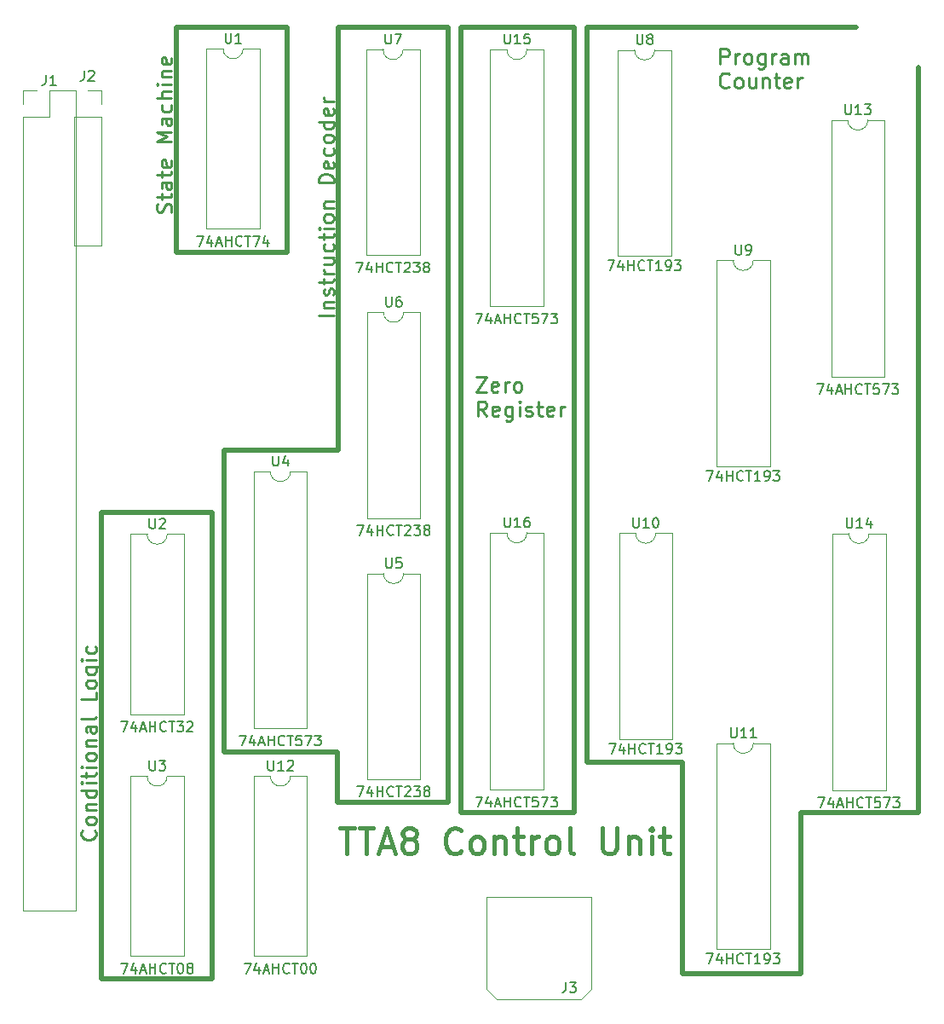
<source format=gbr>
%TF.GenerationSoftware,KiCad,Pcbnew,9.0.4*%
%TF.CreationDate,2025-09-21T21:53:55-04:00*%
%TF.ProjectId,tta8_cu_async,74746138-5f63-4755-9f61-73796e632e6b,0*%
%TF.SameCoordinates,Original*%
%TF.FileFunction,Legend,Top*%
%TF.FilePolarity,Positive*%
%FSLAX46Y46*%
G04 Gerber Fmt 4.6, Leading zero omitted, Abs format (unit mm)*
G04 Created by KiCad (PCBNEW 9.0.4) date 2025-09-21 21:53:55*
%MOMM*%
%LPD*%
G01*
G04 APERTURE LIST*
%ADD10C,0.500000*%
%ADD11C,0.400000*%
%ADD12C,0.250000*%
%ADD13C,0.150000*%
%ADD14C,0.120000*%
G04 APERTURE END LIST*
D10*
X121750000Y-123000000D02*
X121750000Y-144000000D01*
X87600000Y-50000000D02*
X98500000Y-50000000D01*
X111000000Y-128000000D02*
X111000000Y-50000000D01*
X112250000Y-50000000D02*
X112250000Y-123000000D01*
X98500000Y-127000000D02*
X87500000Y-127000000D01*
X112250000Y-123000000D02*
X121750000Y-123000000D01*
X76250000Y-122000000D02*
X76250000Y-92000000D01*
X99750000Y-50000000D02*
X99750000Y-128000000D01*
X145250000Y-128000000D02*
X145250000Y-54000000D01*
X82500000Y-72400000D02*
X71500000Y-72400000D01*
X82500000Y-50000000D02*
X71500000Y-50000000D01*
X75000000Y-98200000D02*
X64000000Y-98200000D01*
X75000000Y-144500000D02*
X75000000Y-98200000D01*
X87500000Y-122000000D02*
X76250000Y-122000000D01*
X139000000Y-50000000D02*
X112250000Y-50000000D01*
X121750000Y-144000000D02*
X133500000Y-144000000D01*
X133500000Y-144000000D02*
X133500000Y-128000000D01*
X71500000Y-50000000D02*
X71500000Y-72400000D01*
X82500000Y-50000000D02*
X82500000Y-72400000D01*
X99750000Y-128000000D02*
X111000000Y-128000000D01*
X76250000Y-92000000D02*
X87600000Y-92000000D01*
X133500000Y-128000000D02*
X145250000Y-128000000D01*
X87600000Y-92000000D02*
X87600000Y-50000000D01*
X87500000Y-127000000D02*
X87500000Y-122000000D01*
X64000000Y-144500000D02*
X75000000Y-144500000D01*
X111000000Y-50000000D02*
X99750000Y-50000000D01*
X64000000Y-98200000D02*
X64000000Y-144500000D01*
X98500000Y-50000000D02*
X98500000Y-127000000D01*
D11*
X87730952Y-129573247D02*
X89159523Y-129573247D01*
X88445237Y-132073247D02*
X88445237Y-129573247D01*
X89635714Y-129573247D02*
X91064285Y-129573247D01*
X90349999Y-132073247D02*
X90349999Y-129573247D01*
X91778571Y-131358961D02*
X92969047Y-131358961D01*
X91540476Y-132073247D02*
X92373809Y-129573247D01*
X92373809Y-129573247D02*
X93207142Y-132073247D01*
X94397618Y-130644676D02*
X94159523Y-130525628D01*
X94159523Y-130525628D02*
X94040476Y-130406580D01*
X94040476Y-130406580D02*
X93921428Y-130168485D01*
X93921428Y-130168485D02*
X93921428Y-130049438D01*
X93921428Y-130049438D02*
X94040476Y-129811342D01*
X94040476Y-129811342D02*
X94159523Y-129692295D01*
X94159523Y-129692295D02*
X94397618Y-129573247D01*
X94397618Y-129573247D02*
X94873809Y-129573247D01*
X94873809Y-129573247D02*
X95111904Y-129692295D01*
X95111904Y-129692295D02*
X95230952Y-129811342D01*
X95230952Y-129811342D02*
X95349999Y-130049438D01*
X95349999Y-130049438D02*
X95349999Y-130168485D01*
X95349999Y-130168485D02*
X95230952Y-130406580D01*
X95230952Y-130406580D02*
X95111904Y-130525628D01*
X95111904Y-130525628D02*
X94873809Y-130644676D01*
X94873809Y-130644676D02*
X94397618Y-130644676D01*
X94397618Y-130644676D02*
X94159523Y-130763723D01*
X94159523Y-130763723D02*
X94040476Y-130882771D01*
X94040476Y-130882771D02*
X93921428Y-131120866D01*
X93921428Y-131120866D02*
X93921428Y-131597057D01*
X93921428Y-131597057D02*
X94040476Y-131835152D01*
X94040476Y-131835152D02*
X94159523Y-131954200D01*
X94159523Y-131954200D02*
X94397618Y-132073247D01*
X94397618Y-132073247D02*
X94873809Y-132073247D01*
X94873809Y-132073247D02*
X95111904Y-131954200D01*
X95111904Y-131954200D02*
X95230952Y-131835152D01*
X95230952Y-131835152D02*
X95349999Y-131597057D01*
X95349999Y-131597057D02*
X95349999Y-131120866D01*
X95349999Y-131120866D02*
X95230952Y-130882771D01*
X95230952Y-130882771D02*
X95111904Y-130763723D01*
X95111904Y-130763723D02*
X94873809Y-130644676D01*
X99754761Y-131835152D02*
X99635713Y-131954200D01*
X99635713Y-131954200D02*
X99278571Y-132073247D01*
X99278571Y-132073247D02*
X99040475Y-132073247D01*
X99040475Y-132073247D02*
X98683332Y-131954200D01*
X98683332Y-131954200D02*
X98445237Y-131716104D01*
X98445237Y-131716104D02*
X98326190Y-131478009D01*
X98326190Y-131478009D02*
X98207142Y-131001819D01*
X98207142Y-131001819D02*
X98207142Y-130644676D01*
X98207142Y-130644676D02*
X98326190Y-130168485D01*
X98326190Y-130168485D02*
X98445237Y-129930390D01*
X98445237Y-129930390D02*
X98683332Y-129692295D01*
X98683332Y-129692295D02*
X99040475Y-129573247D01*
X99040475Y-129573247D02*
X99278571Y-129573247D01*
X99278571Y-129573247D02*
X99635713Y-129692295D01*
X99635713Y-129692295D02*
X99754761Y-129811342D01*
X101183332Y-132073247D02*
X100945237Y-131954200D01*
X100945237Y-131954200D02*
X100826190Y-131835152D01*
X100826190Y-131835152D02*
X100707142Y-131597057D01*
X100707142Y-131597057D02*
X100707142Y-130882771D01*
X100707142Y-130882771D02*
X100826190Y-130644676D01*
X100826190Y-130644676D02*
X100945237Y-130525628D01*
X100945237Y-130525628D02*
X101183332Y-130406580D01*
X101183332Y-130406580D02*
X101540475Y-130406580D01*
X101540475Y-130406580D02*
X101778571Y-130525628D01*
X101778571Y-130525628D02*
X101897618Y-130644676D01*
X101897618Y-130644676D02*
X102016666Y-130882771D01*
X102016666Y-130882771D02*
X102016666Y-131597057D01*
X102016666Y-131597057D02*
X101897618Y-131835152D01*
X101897618Y-131835152D02*
X101778571Y-131954200D01*
X101778571Y-131954200D02*
X101540475Y-132073247D01*
X101540475Y-132073247D02*
X101183332Y-132073247D01*
X103088095Y-130406580D02*
X103088095Y-132073247D01*
X103088095Y-130644676D02*
X103207142Y-130525628D01*
X103207142Y-130525628D02*
X103445237Y-130406580D01*
X103445237Y-130406580D02*
X103802380Y-130406580D01*
X103802380Y-130406580D02*
X104040476Y-130525628D01*
X104040476Y-130525628D02*
X104159523Y-130763723D01*
X104159523Y-130763723D02*
X104159523Y-132073247D01*
X104992857Y-130406580D02*
X105945238Y-130406580D01*
X105350000Y-129573247D02*
X105350000Y-131716104D01*
X105350000Y-131716104D02*
X105469047Y-131954200D01*
X105469047Y-131954200D02*
X105707142Y-132073247D01*
X105707142Y-132073247D02*
X105945238Y-132073247D01*
X106778571Y-132073247D02*
X106778571Y-130406580D01*
X106778571Y-130882771D02*
X106897618Y-130644676D01*
X106897618Y-130644676D02*
X107016666Y-130525628D01*
X107016666Y-130525628D02*
X107254761Y-130406580D01*
X107254761Y-130406580D02*
X107492856Y-130406580D01*
X108683332Y-132073247D02*
X108445237Y-131954200D01*
X108445237Y-131954200D02*
X108326190Y-131835152D01*
X108326190Y-131835152D02*
X108207142Y-131597057D01*
X108207142Y-131597057D02*
X108207142Y-130882771D01*
X108207142Y-130882771D02*
X108326190Y-130644676D01*
X108326190Y-130644676D02*
X108445237Y-130525628D01*
X108445237Y-130525628D02*
X108683332Y-130406580D01*
X108683332Y-130406580D02*
X109040475Y-130406580D01*
X109040475Y-130406580D02*
X109278571Y-130525628D01*
X109278571Y-130525628D02*
X109397618Y-130644676D01*
X109397618Y-130644676D02*
X109516666Y-130882771D01*
X109516666Y-130882771D02*
X109516666Y-131597057D01*
X109516666Y-131597057D02*
X109397618Y-131835152D01*
X109397618Y-131835152D02*
X109278571Y-131954200D01*
X109278571Y-131954200D02*
X109040475Y-132073247D01*
X109040475Y-132073247D02*
X108683332Y-132073247D01*
X110945237Y-132073247D02*
X110707142Y-131954200D01*
X110707142Y-131954200D02*
X110588095Y-131716104D01*
X110588095Y-131716104D02*
X110588095Y-129573247D01*
X113802381Y-129573247D02*
X113802381Y-131597057D01*
X113802381Y-131597057D02*
X113921428Y-131835152D01*
X113921428Y-131835152D02*
X114040476Y-131954200D01*
X114040476Y-131954200D02*
X114278571Y-132073247D01*
X114278571Y-132073247D02*
X114754762Y-132073247D01*
X114754762Y-132073247D02*
X114992857Y-131954200D01*
X114992857Y-131954200D02*
X115111904Y-131835152D01*
X115111904Y-131835152D02*
X115230952Y-131597057D01*
X115230952Y-131597057D02*
X115230952Y-129573247D01*
X116421429Y-130406580D02*
X116421429Y-132073247D01*
X116421429Y-130644676D02*
X116540476Y-130525628D01*
X116540476Y-130525628D02*
X116778571Y-130406580D01*
X116778571Y-130406580D02*
X117135714Y-130406580D01*
X117135714Y-130406580D02*
X117373810Y-130525628D01*
X117373810Y-130525628D02*
X117492857Y-130763723D01*
X117492857Y-130763723D02*
X117492857Y-132073247D01*
X118683334Y-132073247D02*
X118683334Y-130406580D01*
X118683334Y-129573247D02*
X118564286Y-129692295D01*
X118564286Y-129692295D02*
X118683334Y-129811342D01*
X118683334Y-129811342D02*
X118802381Y-129692295D01*
X118802381Y-129692295D02*
X118683334Y-129573247D01*
X118683334Y-129573247D02*
X118683334Y-129811342D01*
X119516667Y-130406580D02*
X120469048Y-130406580D01*
X119873810Y-129573247D02*
X119873810Y-131716104D01*
X119873810Y-131716104D02*
X119992857Y-131954200D01*
X119992857Y-131954200D02*
X120230952Y-132073247D01*
X120230952Y-132073247D02*
X120469048Y-132073247D01*
D12*
X101278758Y-84758428D02*
X102278758Y-84758428D01*
X102278758Y-84758428D02*
X101278758Y-86258428D01*
X101278758Y-86258428D02*
X102278758Y-86258428D01*
X103421615Y-86187000D02*
X103278758Y-86258428D01*
X103278758Y-86258428D02*
X102993044Y-86258428D01*
X102993044Y-86258428D02*
X102850186Y-86187000D01*
X102850186Y-86187000D02*
X102778758Y-86044142D01*
X102778758Y-86044142D02*
X102778758Y-85472714D01*
X102778758Y-85472714D02*
X102850186Y-85329857D01*
X102850186Y-85329857D02*
X102993044Y-85258428D01*
X102993044Y-85258428D02*
X103278758Y-85258428D01*
X103278758Y-85258428D02*
X103421615Y-85329857D01*
X103421615Y-85329857D02*
X103493044Y-85472714D01*
X103493044Y-85472714D02*
X103493044Y-85615571D01*
X103493044Y-85615571D02*
X102778758Y-85758428D01*
X104135900Y-86258428D02*
X104135900Y-85258428D01*
X104135900Y-85544142D02*
X104207329Y-85401285D01*
X104207329Y-85401285D02*
X104278758Y-85329857D01*
X104278758Y-85329857D02*
X104421615Y-85258428D01*
X104421615Y-85258428D02*
X104564472Y-85258428D01*
X105278757Y-86258428D02*
X105135900Y-86187000D01*
X105135900Y-86187000D02*
X105064471Y-86115571D01*
X105064471Y-86115571D02*
X104993043Y-85972714D01*
X104993043Y-85972714D02*
X104993043Y-85544142D01*
X104993043Y-85544142D02*
X105064471Y-85401285D01*
X105064471Y-85401285D02*
X105135900Y-85329857D01*
X105135900Y-85329857D02*
X105278757Y-85258428D01*
X105278757Y-85258428D02*
X105493043Y-85258428D01*
X105493043Y-85258428D02*
X105635900Y-85329857D01*
X105635900Y-85329857D02*
X105707329Y-85401285D01*
X105707329Y-85401285D02*
X105778757Y-85544142D01*
X105778757Y-85544142D02*
X105778757Y-85972714D01*
X105778757Y-85972714D02*
X105707329Y-86115571D01*
X105707329Y-86115571D02*
X105635900Y-86187000D01*
X105635900Y-86187000D02*
X105493043Y-86258428D01*
X105493043Y-86258428D02*
X105278757Y-86258428D01*
X102278758Y-88673344D02*
X101778758Y-87959058D01*
X101421615Y-88673344D02*
X101421615Y-87173344D01*
X101421615Y-87173344D02*
X101993044Y-87173344D01*
X101993044Y-87173344D02*
X102135901Y-87244773D01*
X102135901Y-87244773D02*
X102207330Y-87316201D01*
X102207330Y-87316201D02*
X102278758Y-87459058D01*
X102278758Y-87459058D02*
X102278758Y-87673344D01*
X102278758Y-87673344D02*
X102207330Y-87816201D01*
X102207330Y-87816201D02*
X102135901Y-87887630D01*
X102135901Y-87887630D02*
X101993044Y-87959058D01*
X101993044Y-87959058D02*
X101421615Y-87959058D01*
X103493044Y-88601916D02*
X103350187Y-88673344D01*
X103350187Y-88673344D02*
X103064473Y-88673344D01*
X103064473Y-88673344D02*
X102921615Y-88601916D01*
X102921615Y-88601916D02*
X102850187Y-88459058D01*
X102850187Y-88459058D02*
X102850187Y-87887630D01*
X102850187Y-87887630D02*
X102921615Y-87744773D01*
X102921615Y-87744773D02*
X103064473Y-87673344D01*
X103064473Y-87673344D02*
X103350187Y-87673344D01*
X103350187Y-87673344D02*
X103493044Y-87744773D01*
X103493044Y-87744773D02*
X103564473Y-87887630D01*
X103564473Y-87887630D02*
X103564473Y-88030487D01*
X103564473Y-88030487D02*
X102850187Y-88173344D01*
X104850187Y-87673344D02*
X104850187Y-88887630D01*
X104850187Y-88887630D02*
X104778758Y-89030487D01*
X104778758Y-89030487D02*
X104707329Y-89101916D01*
X104707329Y-89101916D02*
X104564472Y-89173344D01*
X104564472Y-89173344D02*
X104350187Y-89173344D01*
X104350187Y-89173344D02*
X104207329Y-89101916D01*
X104850187Y-88601916D02*
X104707329Y-88673344D01*
X104707329Y-88673344D02*
X104421615Y-88673344D01*
X104421615Y-88673344D02*
X104278758Y-88601916D01*
X104278758Y-88601916D02*
X104207329Y-88530487D01*
X104207329Y-88530487D02*
X104135901Y-88387630D01*
X104135901Y-88387630D02*
X104135901Y-87959058D01*
X104135901Y-87959058D02*
X104207329Y-87816201D01*
X104207329Y-87816201D02*
X104278758Y-87744773D01*
X104278758Y-87744773D02*
X104421615Y-87673344D01*
X104421615Y-87673344D02*
X104707329Y-87673344D01*
X104707329Y-87673344D02*
X104850187Y-87744773D01*
X105564472Y-88673344D02*
X105564472Y-87673344D01*
X105564472Y-87173344D02*
X105493044Y-87244773D01*
X105493044Y-87244773D02*
X105564472Y-87316201D01*
X105564472Y-87316201D02*
X105635901Y-87244773D01*
X105635901Y-87244773D02*
X105564472Y-87173344D01*
X105564472Y-87173344D02*
X105564472Y-87316201D01*
X106207330Y-88601916D02*
X106350187Y-88673344D01*
X106350187Y-88673344D02*
X106635901Y-88673344D01*
X106635901Y-88673344D02*
X106778758Y-88601916D01*
X106778758Y-88601916D02*
X106850187Y-88459058D01*
X106850187Y-88459058D02*
X106850187Y-88387630D01*
X106850187Y-88387630D02*
X106778758Y-88244773D01*
X106778758Y-88244773D02*
X106635901Y-88173344D01*
X106635901Y-88173344D02*
X106421616Y-88173344D01*
X106421616Y-88173344D02*
X106278758Y-88101916D01*
X106278758Y-88101916D02*
X106207330Y-87959058D01*
X106207330Y-87959058D02*
X106207330Y-87887630D01*
X106207330Y-87887630D02*
X106278758Y-87744773D01*
X106278758Y-87744773D02*
X106421616Y-87673344D01*
X106421616Y-87673344D02*
X106635901Y-87673344D01*
X106635901Y-87673344D02*
X106778758Y-87744773D01*
X107278759Y-87673344D02*
X107850187Y-87673344D01*
X107493044Y-87173344D02*
X107493044Y-88459058D01*
X107493044Y-88459058D02*
X107564473Y-88601916D01*
X107564473Y-88601916D02*
X107707330Y-88673344D01*
X107707330Y-88673344D02*
X107850187Y-88673344D01*
X108921616Y-88601916D02*
X108778759Y-88673344D01*
X108778759Y-88673344D02*
X108493045Y-88673344D01*
X108493045Y-88673344D02*
X108350187Y-88601916D01*
X108350187Y-88601916D02*
X108278759Y-88459058D01*
X108278759Y-88459058D02*
X108278759Y-87887630D01*
X108278759Y-87887630D02*
X108350187Y-87744773D01*
X108350187Y-87744773D02*
X108493045Y-87673344D01*
X108493045Y-87673344D02*
X108778759Y-87673344D01*
X108778759Y-87673344D02*
X108921616Y-87744773D01*
X108921616Y-87744773D02*
X108993045Y-87887630D01*
X108993045Y-87887630D02*
X108993045Y-88030487D01*
X108993045Y-88030487D02*
X108278759Y-88173344D01*
X109635901Y-88673344D02*
X109635901Y-87673344D01*
X109635901Y-87959058D02*
X109707330Y-87816201D01*
X109707330Y-87816201D02*
X109778759Y-87744773D01*
X109778759Y-87744773D02*
X109921616Y-87673344D01*
X109921616Y-87673344D02*
X110064473Y-87673344D01*
X70932000Y-68414285D02*
X71003428Y-68200000D01*
X71003428Y-68200000D02*
X71003428Y-67842857D01*
X71003428Y-67842857D02*
X70932000Y-67700000D01*
X70932000Y-67700000D02*
X70860571Y-67628571D01*
X70860571Y-67628571D02*
X70717714Y-67557142D01*
X70717714Y-67557142D02*
X70574857Y-67557142D01*
X70574857Y-67557142D02*
X70432000Y-67628571D01*
X70432000Y-67628571D02*
X70360571Y-67700000D01*
X70360571Y-67700000D02*
X70289142Y-67842857D01*
X70289142Y-67842857D02*
X70217714Y-68128571D01*
X70217714Y-68128571D02*
X70146285Y-68271428D01*
X70146285Y-68271428D02*
X70074857Y-68342857D01*
X70074857Y-68342857D02*
X69932000Y-68414285D01*
X69932000Y-68414285D02*
X69789142Y-68414285D01*
X69789142Y-68414285D02*
X69646285Y-68342857D01*
X69646285Y-68342857D02*
X69574857Y-68271428D01*
X69574857Y-68271428D02*
X69503428Y-68128571D01*
X69503428Y-68128571D02*
X69503428Y-67771428D01*
X69503428Y-67771428D02*
X69574857Y-67557142D01*
X70003428Y-67128571D02*
X70003428Y-66557143D01*
X69503428Y-66914286D02*
X70789142Y-66914286D01*
X70789142Y-66914286D02*
X70932000Y-66842857D01*
X70932000Y-66842857D02*
X71003428Y-66700000D01*
X71003428Y-66700000D02*
X71003428Y-66557143D01*
X71003428Y-65414286D02*
X70217714Y-65414286D01*
X70217714Y-65414286D02*
X70074857Y-65485714D01*
X70074857Y-65485714D02*
X70003428Y-65628571D01*
X70003428Y-65628571D02*
X70003428Y-65914286D01*
X70003428Y-65914286D02*
X70074857Y-66057143D01*
X70932000Y-65414286D02*
X71003428Y-65557143D01*
X71003428Y-65557143D02*
X71003428Y-65914286D01*
X71003428Y-65914286D02*
X70932000Y-66057143D01*
X70932000Y-66057143D02*
X70789142Y-66128571D01*
X70789142Y-66128571D02*
X70646285Y-66128571D01*
X70646285Y-66128571D02*
X70503428Y-66057143D01*
X70503428Y-66057143D02*
X70432000Y-65914286D01*
X70432000Y-65914286D02*
X70432000Y-65557143D01*
X70432000Y-65557143D02*
X70360571Y-65414286D01*
X70003428Y-64914285D02*
X70003428Y-64342857D01*
X69503428Y-64700000D02*
X70789142Y-64700000D01*
X70789142Y-64700000D02*
X70932000Y-64628571D01*
X70932000Y-64628571D02*
X71003428Y-64485714D01*
X71003428Y-64485714D02*
X71003428Y-64342857D01*
X70932000Y-63271428D02*
X71003428Y-63414285D01*
X71003428Y-63414285D02*
X71003428Y-63700000D01*
X71003428Y-63700000D02*
X70932000Y-63842857D01*
X70932000Y-63842857D02*
X70789142Y-63914285D01*
X70789142Y-63914285D02*
X70217714Y-63914285D01*
X70217714Y-63914285D02*
X70074857Y-63842857D01*
X70074857Y-63842857D02*
X70003428Y-63700000D01*
X70003428Y-63700000D02*
X70003428Y-63414285D01*
X70003428Y-63414285D02*
X70074857Y-63271428D01*
X70074857Y-63271428D02*
X70217714Y-63200000D01*
X70217714Y-63200000D02*
X70360571Y-63200000D01*
X70360571Y-63200000D02*
X70503428Y-63914285D01*
X71003428Y-61414286D02*
X69503428Y-61414286D01*
X69503428Y-61414286D02*
X70574857Y-60914286D01*
X70574857Y-60914286D02*
X69503428Y-60414286D01*
X69503428Y-60414286D02*
X71003428Y-60414286D01*
X71003428Y-59057143D02*
X70217714Y-59057143D01*
X70217714Y-59057143D02*
X70074857Y-59128571D01*
X70074857Y-59128571D02*
X70003428Y-59271428D01*
X70003428Y-59271428D02*
X70003428Y-59557143D01*
X70003428Y-59557143D02*
X70074857Y-59700000D01*
X70932000Y-59057143D02*
X71003428Y-59200000D01*
X71003428Y-59200000D02*
X71003428Y-59557143D01*
X71003428Y-59557143D02*
X70932000Y-59700000D01*
X70932000Y-59700000D02*
X70789142Y-59771428D01*
X70789142Y-59771428D02*
X70646285Y-59771428D01*
X70646285Y-59771428D02*
X70503428Y-59700000D01*
X70503428Y-59700000D02*
X70432000Y-59557143D01*
X70432000Y-59557143D02*
X70432000Y-59200000D01*
X70432000Y-59200000D02*
X70360571Y-59057143D01*
X70932000Y-57700000D02*
X71003428Y-57842857D01*
X71003428Y-57842857D02*
X71003428Y-58128571D01*
X71003428Y-58128571D02*
X70932000Y-58271428D01*
X70932000Y-58271428D02*
X70860571Y-58342857D01*
X70860571Y-58342857D02*
X70717714Y-58414285D01*
X70717714Y-58414285D02*
X70289142Y-58414285D01*
X70289142Y-58414285D02*
X70146285Y-58342857D01*
X70146285Y-58342857D02*
X70074857Y-58271428D01*
X70074857Y-58271428D02*
X70003428Y-58128571D01*
X70003428Y-58128571D02*
X70003428Y-57842857D01*
X70003428Y-57842857D02*
X70074857Y-57700000D01*
X71003428Y-57057143D02*
X69503428Y-57057143D01*
X71003428Y-56414286D02*
X70217714Y-56414286D01*
X70217714Y-56414286D02*
X70074857Y-56485714D01*
X70074857Y-56485714D02*
X70003428Y-56628571D01*
X70003428Y-56628571D02*
X70003428Y-56842857D01*
X70003428Y-56842857D02*
X70074857Y-56985714D01*
X70074857Y-56985714D02*
X70146285Y-57057143D01*
X71003428Y-55700000D02*
X70003428Y-55700000D01*
X69503428Y-55700000D02*
X69574857Y-55771428D01*
X69574857Y-55771428D02*
X69646285Y-55700000D01*
X69646285Y-55700000D02*
X69574857Y-55628571D01*
X69574857Y-55628571D02*
X69503428Y-55700000D01*
X69503428Y-55700000D02*
X69646285Y-55700000D01*
X70003428Y-54985714D02*
X71003428Y-54985714D01*
X70146285Y-54985714D02*
X70074857Y-54914285D01*
X70074857Y-54914285D02*
X70003428Y-54771428D01*
X70003428Y-54771428D02*
X70003428Y-54557142D01*
X70003428Y-54557142D02*
X70074857Y-54414285D01*
X70074857Y-54414285D02*
X70217714Y-54342857D01*
X70217714Y-54342857D02*
X71003428Y-54342857D01*
X70932000Y-53057142D02*
X71003428Y-53199999D01*
X71003428Y-53199999D02*
X71003428Y-53485714D01*
X71003428Y-53485714D02*
X70932000Y-53628571D01*
X70932000Y-53628571D02*
X70789142Y-53699999D01*
X70789142Y-53699999D02*
X70217714Y-53699999D01*
X70217714Y-53699999D02*
X70074857Y-53628571D01*
X70074857Y-53628571D02*
X70003428Y-53485714D01*
X70003428Y-53485714D02*
X70003428Y-53199999D01*
X70003428Y-53199999D02*
X70074857Y-53057142D01*
X70074857Y-53057142D02*
X70217714Y-52985714D01*
X70217714Y-52985714D02*
X70360571Y-52985714D01*
X70360571Y-52985714D02*
X70503428Y-53699999D01*
X87103428Y-78614285D02*
X85603428Y-78614285D01*
X86103428Y-77899999D02*
X87103428Y-77899999D01*
X86246285Y-77899999D02*
X86174857Y-77828570D01*
X86174857Y-77828570D02*
X86103428Y-77685713D01*
X86103428Y-77685713D02*
X86103428Y-77471427D01*
X86103428Y-77471427D02*
X86174857Y-77328570D01*
X86174857Y-77328570D02*
X86317714Y-77257142D01*
X86317714Y-77257142D02*
X87103428Y-77257142D01*
X87032000Y-76614284D02*
X87103428Y-76471427D01*
X87103428Y-76471427D02*
X87103428Y-76185713D01*
X87103428Y-76185713D02*
X87032000Y-76042856D01*
X87032000Y-76042856D02*
X86889142Y-75971427D01*
X86889142Y-75971427D02*
X86817714Y-75971427D01*
X86817714Y-75971427D02*
X86674857Y-76042856D01*
X86674857Y-76042856D02*
X86603428Y-76185713D01*
X86603428Y-76185713D02*
X86603428Y-76399999D01*
X86603428Y-76399999D02*
X86532000Y-76542856D01*
X86532000Y-76542856D02*
X86389142Y-76614284D01*
X86389142Y-76614284D02*
X86317714Y-76614284D01*
X86317714Y-76614284D02*
X86174857Y-76542856D01*
X86174857Y-76542856D02*
X86103428Y-76399999D01*
X86103428Y-76399999D02*
X86103428Y-76185713D01*
X86103428Y-76185713D02*
X86174857Y-76042856D01*
X86103428Y-75542855D02*
X86103428Y-74971427D01*
X85603428Y-75328570D02*
X86889142Y-75328570D01*
X86889142Y-75328570D02*
X87032000Y-75257141D01*
X87032000Y-75257141D02*
X87103428Y-75114284D01*
X87103428Y-75114284D02*
X87103428Y-74971427D01*
X87103428Y-74471427D02*
X86103428Y-74471427D01*
X86389142Y-74471427D02*
X86246285Y-74399998D01*
X86246285Y-74399998D02*
X86174857Y-74328570D01*
X86174857Y-74328570D02*
X86103428Y-74185712D01*
X86103428Y-74185712D02*
X86103428Y-74042855D01*
X86103428Y-72899999D02*
X87103428Y-72899999D01*
X86103428Y-73542856D02*
X86889142Y-73542856D01*
X86889142Y-73542856D02*
X87032000Y-73471427D01*
X87032000Y-73471427D02*
X87103428Y-73328570D01*
X87103428Y-73328570D02*
X87103428Y-73114284D01*
X87103428Y-73114284D02*
X87032000Y-72971427D01*
X87032000Y-72971427D02*
X86960571Y-72899999D01*
X87032000Y-71542856D02*
X87103428Y-71685713D01*
X87103428Y-71685713D02*
X87103428Y-71971427D01*
X87103428Y-71971427D02*
X87032000Y-72114284D01*
X87032000Y-72114284D02*
X86960571Y-72185713D01*
X86960571Y-72185713D02*
X86817714Y-72257141D01*
X86817714Y-72257141D02*
X86389142Y-72257141D01*
X86389142Y-72257141D02*
X86246285Y-72185713D01*
X86246285Y-72185713D02*
X86174857Y-72114284D01*
X86174857Y-72114284D02*
X86103428Y-71971427D01*
X86103428Y-71971427D02*
X86103428Y-71685713D01*
X86103428Y-71685713D02*
X86174857Y-71542856D01*
X86103428Y-71114284D02*
X86103428Y-70542856D01*
X85603428Y-70899999D02*
X86889142Y-70899999D01*
X86889142Y-70899999D02*
X87032000Y-70828570D01*
X87032000Y-70828570D02*
X87103428Y-70685713D01*
X87103428Y-70685713D02*
X87103428Y-70542856D01*
X87103428Y-70042856D02*
X86103428Y-70042856D01*
X85603428Y-70042856D02*
X85674857Y-70114284D01*
X85674857Y-70114284D02*
X85746285Y-70042856D01*
X85746285Y-70042856D02*
X85674857Y-69971427D01*
X85674857Y-69971427D02*
X85603428Y-70042856D01*
X85603428Y-70042856D02*
X85746285Y-70042856D01*
X87103428Y-69114284D02*
X87032000Y-69257141D01*
X87032000Y-69257141D02*
X86960571Y-69328570D01*
X86960571Y-69328570D02*
X86817714Y-69399998D01*
X86817714Y-69399998D02*
X86389142Y-69399998D01*
X86389142Y-69399998D02*
X86246285Y-69328570D01*
X86246285Y-69328570D02*
X86174857Y-69257141D01*
X86174857Y-69257141D02*
X86103428Y-69114284D01*
X86103428Y-69114284D02*
X86103428Y-68899998D01*
X86103428Y-68899998D02*
X86174857Y-68757141D01*
X86174857Y-68757141D02*
X86246285Y-68685713D01*
X86246285Y-68685713D02*
X86389142Y-68614284D01*
X86389142Y-68614284D02*
X86817714Y-68614284D01*
X86817714Y-68614284D02*
X86960571Y-68685713D01*
X86960571Y-68685713D02*
X87032000Y-68757141D01*
X87032000Y-68757141D02*
X87103428Y-68899998D01*
X87103428Y-68899998D02*
X87103428Y-69114284D01*
X86103428Y-67971427D02*
X87103428Y-67971427D01*
X86246285Y-67971427D02*
X86174857Y-67899998D01*
X86174857Y-67899998D02*
X86103428Y-67757141D01*
X86103428Y-67757141D02*
X86103428Y-67542855D01*
X86103428Y-67542855D02*
X86174857Y-67399998D01*
X86174857Y-67399998D02*
X86317714Y-67328570D01*
X86317714Y-67328570D02*
X87103428Y-67328570D01*
X87103428Y-65471427D02*
X85603428Y-65471427D01*
X85603428Y-65471427D02*
X85603428Y-65114284D01*
X85603428Y-65114284D02*
X85674857Y-64899998D01*
X85674857Y-64899998D02*
X85817714Y-64757141D01*
X85817714Y-64757141D02*
X85960571Y-64685712D01*
X85960571Y-64685712D02*
X86246285Y-64614284D01*
X86246285Y-64614284D02*
X86460571Y-64614284D01*
X86460571Y-64614284D02*
X86746285Y-64685712D01*
X86746285Y-64685712D02*
X86889142Y-64757141D01*
X86889142Y-64757141D02*
X87032000Y-64899998D01*
X87032000Y-64899998D02*
X87103428Y-65114284D01*
X87103428Y-65114284D02*
X87103428Y-65471427D01*
X87032000Y-63399998D02*
X87103428Y-63542855D01*
X87103428Y-63542855D02*
X87103428Y-63828570D01*
X87103428Y-63828570D02*
X87032000Y-63971427D01*
X87032000Y-63971427D02*
X86889142Y-64042855D01*
X86889142Y-64042855D02*
X86317714Y-64042855D01*
X86317714Y-64042855D02*
X86174857Y-63971427D01*
X86174857Y-63971427D02*
X86103428Y-63828570D01*
X86103428Y-63828570D02*
X86103428Y-63542855D01*
X86103428Y-63542855D02*
X86174857Y-63399998D01*
X86174857Y-63399998D02*
X86317714Y-63328570D01*
X86317714Y-63328570D02*
X86460571Y-63328570D01*
X86460571Y-63328570D02*
X86603428Y-64042855D01*
X87032000Y-62042856D02*
X87103428Y-62185713D01*
X87103428Y-62185713D02*
X87103428Y-62471427D01*
X87103428Y-62471427D02*
X87032000Y-62614284D01*
X87032000Y-62614284D02*
X86960571Y-62685713D01*
X86960571Y-62685713D02*
X86817714Y-62757141D01*
X86817714Y-62757141D02*
X86389142Y-62757141D01*
X86389142Y-62757141D02*
X86246285Y-62685713D01*
X86246285Y-62685713D02*
X86174857Y-62614284D01*
X86174857Y-62614284D02*
X86103428Y-62471427D01*
X86103428Y-62471427D02*
X86103428Y-62185713D01*
X86103428Y-62185713D02*
X86174857Y-62042856D01*
X87103428Y-61185713D02*
X87032000Y-61328570D01*
X87032000Y-61328570D02*
X86960571Y-61399999D01*
X86960571Y-61399999D02*
X86817714Y-61471427D01*
X86817714Y-61471427D02*
X86389142Y-61471427D01*
X86389142Y-61471427D02*
X86246285Y-61399999D01*
X86246285Y-61399999D02*
X86174857Y-61328570D01*
X86174857Y-61328570D02*
X86103428Y-61185713D01*
X86103428Y-61185713D02*
X86103428Y-60971427D01*
X86103428Y-60971427D02*
X86174857Y-60828570D01*
X86174857Y-60828570D02*
X86246285Y-60757142D01*
X86246285Y-60757142D02*
X86389142Y-60685713D01*
X86389142Y-60685713D02*
X86817714Y-60685713D01*
X86817714Y-60685713D02*
X86960571Y-60757142D01*
X86960571Y-60757142D02*
X87032000Y-60828570D01*
X87032000Y-60828570D02*
X87103428Y-60971427D01*
X87103428Y-60971427D02*
X87103428Y-61185713D01*
X87103428Y-59399999D02*
X85603428Y-59399999D01*
X87032000Y-59399999D02*
X87103428Y-59542856D01*
X87103428Y-59542856D02*
X87103428Y-59828570D01*
X87103428Y-59828570D02*
X87032000Y-59971427D01*
X87032000Y-59971427D02*
X86960571Y-60042856D01*
X86960571Y-60042856D02*
X86817714Y-60114284D01*
X86817714Y-60114284D02*
X86389142Y-60114284D01*
X86389142Y-60114284D02*
X86246285Y-60042856D01*
X86246285Y-60042856D02*
X86174857Y-59971427D01*
X86174857Y-59971427D02*
X86103428Y-59828570D01*
X86103428Y-59828570D02*
X86103428Y-59542856D01*
X86103428Y-59542856D02*
X86174857Y-59399999D01*
X87032000Y-58114284D02*
X87103428Y-58257141D01*
X87103428Y-58257141D02*
X87103428Y-58542856D01*
X87103428Y-58542856D02*
X87032000Y-58685713D01*
X87032000Y-58685713D02*
X86889142Y-58757141D01*
X86889142Y-58757141D02*
X86317714Y-58757141D01*
X86317714Y-58757141D02*
X86174857Y-58685713D01*
X86174857Y-58685713D02*
X86103428Y-58542856D01*
X86103428Y-58542856D02*
X86103428Y-58257141D01*
X86103428Y-58257141D02*
X86174857Y-58114284D01*
X86174857Y-58114284D02*
X86317714Y-58042856D01*
X86317714Y-58042856D02*
X86460571Y-58042856D01*
X86460571Y-58042856D02*
X86603428Y-58757141D01*
X87103428Y-57399999D02*
X86103428Y-57399999D01*
X86389142Y-57399999D02*
X86246285Y-57328570D01*
X86246285Y-57328570D02*
X86174857Y-57257142D01*
X86174857Y-57257142D02*
X86103428Y-57114284D01*
X86103428Y-57114284D02*
X86103428Y-56971427D01*
X63360571Y-129778572D02*
X63432000Y-129850000D01*
X63432000Y-129850000D02*
X63503428Y-130064286D01*
X63503428Y-130064286D02*
X63503428Y-130207143D01*
X63503428Y-130207143D02*
X63432000Y-130421429D01*
X63432000Y-130421429D02*
X63289142Y-130564286D01*
X63289142Y-130564286D02*
X63146285Y-130635715D01*
X63146285Y-130635715D02*
X62860571Y-130707143D01*
X62860571Y-130707143D02*
X62646285Y-130707143D01*
X62646285Y-130707143D02*
X62360571Y-130635715D01*
X62360571Y-130635715D02*
X62217714Y-130564286D01*
X62217714Y-130564286D02*
X62074857Y-130421429D01*
X62074857Y-130421429D02*
X62003428Y-130207143D01*
X62003428Y-130207143D02*
X62003428Y-130064286D01*
X62003428Y-130064286D02*
X62074857Y-129850000D01*
X62074857Y-129850000D02*
X62146285Y-129778572D01*
X63503428Y-128921429D02*
X63432000Y-129064286D01*
X63432000Y-129064286D02*
X63360571Y-129135715D01*
X63360571Y-129135715D02*
X63217714Y-129207143D01*
X63217714Y-129207143D02*
X62789142Y-129207143D01*
X62789142Y-129207143D02*
X62646285Y-129135715D01*
X62646285Y-129135715D02*
X62574857Y-129064286D01*
X62574857Y-129064286D02*
X62503428Y-128921429D01*
X62503428Y-128921429D02*
X62503428Y-128707143D01*
X62503428Y-128707143D02*
X62574857Y-128564286D01*
X62574857Y-128564286D02*
X62646285Y-128492858D01*
X62646285Y-128492858D02*
X62789142Y-128421429D01*
X62789142Y-128421429D02*
X63217714Y-128421429D01*
X63217714Y-128421429D02*
X63360571Y-128492858D01*
X63360571Y-128492858D02*
X63432000Y-128564286D01*
X63432000Y-128564286D02*
X63503428Y-128707143D01*
X63503428Y-128707143D02*
X63503428Y-128921429D01*
X62503428Y-127778572D02*
X63503428Y-127778572D01*
X62646285Y-127778572D02*
X62574857Y-127707143D01*
X62574857Y-127707143D02*
X62503428Y-127564286D01*
X62503428Y-127564286D02*
X62503428Y-127350000D01*
X62503428Y-127350000D02*
X62574857Y-127207143D01*
X62574857Y-127207143D02*
X62717714Y-127135715D01*
X62717714Y-127135715D02*
X63503428Y-127135715D01*
X63503428Y-125778572D02*
X62003428Y-125778572D01*
X63432000Y-125778572D02*
X63503428Y-125921429D01*
X63503428Y-125921429D02*
X63503428Y-126207143D01*
X63503428Y-126207143D02*
X63432000Y-126350000D01*
X63432000Y-126350000D02*
X63360571Y-126421429D01*
X63360571Y-126421429D02*
X63217714Y-126492857D01*
X63217714Y-126492857D02*
X62789142Y-126492857D01*
X62789142Y-126492857D02*
X62646285Y-126421429D01*
X62646285Y-126421429D02*
X62574857Y-126350000D01*
X62574857Y-126350000D02*
X62503428Y-126207143D01*
X62503428Y-126207143D02*
X62503428Y-125921429D01*
X62503428Y-125921429D02*
X62574857Y-125778572D01*
X63503428Y-125064286D02*
X62503428Y-125064286D01*
X62003428Y-125064286D02*
X62074857Y-125135714D01*
X62074857Y-125135714D02*
X62146285Y-125064286D01*
X62146285Y-125064286D02*
X62074857Y-124992857D01*
X62074857Y-124992857D02*
X62003428Y-125064286D01*
X62003428Y-125064286D02*
X62146285Y-125064286D01*
X62503428Y-124564285D02*
X62503428Y-123992857D01*
X62003428Y-124350000D02*
X63289142Y-124350000D01*
X63289142Y-124350000D02*
X63432000Y-124278571D01*
X63432000Y-124278571D02*
X63503428Y-124135714D01*
X63503428Y-124135714D02*
X63503428Y-123992857D01*
X63503428Y-123492857D02*
X62503428Y-123492857D01*
X62003428Y-123492857D02*
X62074857Y-123564285D01*
X62074857Y-123564285D02*
X62146285Y-123492857D01*
X62146285Y-123492857D02*
X62074857Y-123421428D01*
X62074857Y-123421428D02*
X62003428Y-123492857D01*
X62003428Y-123492857D02*
X62146285Y-123492857D01*
X63503428Y-122564285D02*
X63432000Y-122707142D01*
X63432000Y-122707142D02*
X63360571Y-122778571D01*
X63360571Y-122778571D02*
X63217714Y-122849999D01*
X63217714Y-122849999D02*
X62789142Y-122849999D01*
X62789142Y-122849999D02*
X62646285Y-122778571D01*
X62646285Y-122778571D02*
X62574857Y-122707142D01*
X62574857Y-122707142D02*
X62503428Y-122564285D01*
X62503428Y-122564285D02*
X62503428Y-122349999D01*
X62503428Y-122349999D02*
X62574857Y-122207142D01*
X62574857Y-122207142D02*
X62646285Y-122135714D01*
X62646285Y-122135714D02*
X62789142Y-122064285D01*
X62789142Y-122064285D02*
X63217714Y-122064285D01*
X63217714Y-122064285D02*
X63360571Y-122135714D01*
X63360571Y-122135714D02*
X63432000Y-122207142D01*
X63432000Y-122207142D02*
X63503428Y-122349999D01*
X63503428Y-122349999D02*
X63503428Y-122564285D01*
X62503428Y-121421428D02*
X63503428Y-121421428D01*
X62646285Y-121421428D02*
X62574857Y-121349999D01*
X62574857Y-121349999D02*
X62503428Y-121207142D01*
X62503428Y-121207142D02*
X62503428Y-120992856D01*
X62503428Y-120992856D02*
X62574857Y-120849999D01*
X62574857Y-120849999D02*
X62717714Y-120778571D01*
X62717714Y-120778571D02*
X63503428Y-120778571D01*
X63503428Y-119421428D02*
X62717714Y-119421428D01*
X62717714Y-119421428D02*
X62574857Y-119492856D01*
X62574857Y-119492856D02*
X62503428Y-119635713D01*
X62503428Y-119635713D02*
X62503428Y-119921428D01*
X62503428Y-119921428D02*
X62574857Y-120064285D01*
X63432000Y-119421428D02*
X63503428Y-119564285D01*
X63503428Y-119564285D02*
X63503428Y-119921428D01*
X63503428Y-119921428D02*
X63432000Y-120064285D01*
X63432000Y-120064285D02*
X63289142Y-120135713D01*
X63289142Y-120135713D02*
X63146285Y-120135713D01*
X63146285Y-120135713D02*
X63003428Y-120064285D01*
X63003428Y-120064285D02*
X62932000Y-119921428D01*
X62932000Y-119921428D02*
X62932000Y-119564285D01*
X62932000Y-119564285D02*
X62860571Y-119421428D01*
X63503428Y-118492856D02*
X63432000Y-118635713D01*
X63432000Y-118635713D02*
X63289142Y-118707142D01*
X63289142Y-118707142D02*
X62003428Y-118707142D01*
X63503428Y-116064285D02*
X63503428Y-116778571D01*
X63503428Y-116778571D02*
X62003428Y-116778571D01*
X63503428Y-115349999D02*
X63432000Y-115492856D01*
X63432000Y-115492856D02*
X63360571Y-115564285D01*
X63360571Y-115564285D02*
X63217714Y-115635713D01*
X63217714Y-115635713D02*
X62789142Y-115635713D01*
X62789142Y-115635713D02*
X62646285Y-115564285D01*
X62646285Y-115564285D02*
X62574857Y-115492856D01*
X62574857Y-115492856D02*
X62503428Y-115349999D01*
X62503428Y-115349999D02*
X62503428Y-115135713D01*
X62503428Y-115135713D02*
X62574857Y-114992856D01*
X62574857Y-114992856D02*
X62646285Y-114921428D01*
X62646285Y-114921428D02*
X62789142Y-114849999D01*
X62789142Y-114849999D02*
X63217714Y-114849999D01*
X63217714Y-114849999D02*
X63360571Y-114921428D01*
X63360571Y-114921428D02*
X63432000Y-114992856D01*
X63432000Y-114992856D02*
X63503428Y-115135713D01*
X63503428Y-115135713D02*
X63503428Y-115349999D01*
X62503428Y-113564285D02*
X63717714Y-113564285D01*
X63717714Y-113564285D02*
X63860571Y-113635713D01*
X63860571Y-113635713D02*
X63932000Y-113707142D01*
X63932000Y-113707142D02*
X64003428Y-113849999D01*
X64003428Y-113849999D02*
X64003428Y-114064285D01*
X64003428Y-114064285D02*
X63932000Y-114207142D01*
X63432000Y-113564285D02*
X63503428Y-113707142D01*
X63503428Y-113707142D02*
X63503428Y-113992856D01*
X63503428Y-113992856D02*
X63432000Y-114135713D01*
X63432000Y-114135713D02*
X63360571Y-114207142D01*
X63360571Y-114207142D02*
X63217714Y-114278570D01*
X63217714Y-114278570D02*
X62789142Y-114278570D01*
X62789142Y-114278570D02*
X62646285Y-114207142D01*
X62646285Y-114207142D02*
X62574857Y-114135713D01*
X62574857Y-114135713D02*
X62503428Y-113992856D01*
X62503428Y-113992856D02*
X62503428Y-113707142D01*
X62503428Y-113707142D02*
X62574857Y-113564285D01*
X63503428Y-112849999D02*
X62503428Y-112849999D01*
X62003428Y-112849999D02*
X62074857Y-112921427D01*
X62074857Y-112921427D02*
X62146285Y-112849999D01*
X62146285Y-112849999D02*
X62074857Y-112778570D01*
X62074857Y-112778570D02*
X62003428Y-112849999D01*
X62003428Y-112849999D02*
X62146285Y-112849999D01*
X63432000Y-111492856D02*
X63503428Y-111635713D01*
X63503428Y-111635713D02*
X63503428Y-111921427D01*
X63503428Y-111921427D02*
X63432000Y-112064284D01*
X63432000Y-112064284D02*
X63360571Y-112135713D01*
X63360571Y-112135713D02*
X63217714Y-112207141D01*
X63217714Y-112207141D02*
X62789142Y-112207141D01*
X62789142Y-112207141D02*
X62646285Y-112135713D01*
X62646285Y-112135713D02*
X62574857Y-112064284D01*
X62574857Y-112064284D02*
X62503428Y-111921427D01*
X62503428Y-111921427D02*
X62503428Y-111635713D01*
X62503428Y-111635713D02*
X62574857Y-111492856D01*
X125521615Y-53658428D02*
X125521615Y-52158428D01*
X125521615Y-52158428D02*
X126093044Y-52158428D01*
X126093044Y-52158428D02*
X126235901Y-52229857D01*
X126235901Y-52229857D02*
X126307330Y-52301285D01*
X126307330Y-52301285D02*
X126378758Y-52444142D01*
X126378758Y-52444142D02*
X126378758Y-52658428D01*
X126378758Y-52658428D02*
X126307330Y-52801285D01*
X126307330Y-52801285D02*
X126235901Y-52872714D01*
X126235901Y-52872714D02*
X126093044Y-52944142D01*
X126093044Y-52944142D02*
X125521615Y-52944142D01*
X127021615Y-53658428D02*
X127021615Y-52658428D01*
X127021615Y-52944142D02*
X127093044Y-52801285D01*
X127093044Y-52801285D02*
X127164473Y-52729857D01*
X127164473Y-52729857D02*
X127307330Y-52658428D01*
X127307330Y-52658428D02*
X127450187Y-52658428D01*
X128164472Y-53658428D02*
X128021615Y-53587000D01*
X128021615Y-53587000D02*
X127950186Y-53515571D01*
X127950186Y-53515571D02*
X127878758Y-53372714D01*
X127878758Y-53372714D02*
X127878758Y-52944142D01*
X127878758Y-52944142D02*
X127950186Y-52801285D01*
X127950186Y-52801285D02*
X128021615Y-52729857D01*
X128021615Y-52729857D02*
X128164472Y-52658428D01*
X128164472Y-52658428D02*
X128378758Y-52658428D01*
X128378758Y-52658428D02*
X128521615Y-52729857D01*
X128521615Y-52729857D02*
X128593044Y-52801285D01*
X128593044Y-52801285D02*
X128664472Y-52944142D01*
X128664472Y-52944142D02*
X128664472Y-53372714D01*
X128664472Y-53372714D02*
X128593044Y-53515571D01*
X128593044Y-53515571D02*
X128521615Y-53587000D01*
X128521615Y-53587000D02*
X128378758Y-53658428D01*
X128378758Y-53658428D02*
X128164472Y-53658428D01*
X129950187Y-52658428D02*
X129950187Y-53872714D01*
X129950187Y-53872714D02*
X129878758Y-54015571D01*
X129878758Y-54015571D02*
X129807329Y-54087000D01*
X129807329Y-54087000D02*
X129664472Y-54158428D01*
X129664472Y-54158428D02*
X129450187Y-54158428D01*
X129450187Y-54158428D02*
X129307329Y-54087000D01*
X129950187Y-53587000D02*
X129807329Y-53658428D01*
X129807329Y-53658428D02*
X129521615Y-53658428D01*
X129521615Y-53658428D02*
X129378758Y-53587000D01*
X129378758Y-53587000D02*
X129307329Y-53515571D01*
X129307329Y-53515571D02*
X129235901Y-53372714D01*
X129235901Y-53372714D02*
X129235901Y-52944142D01*
X129235901Y-52944142D02*
X129307329Y-52801285D01*
X129307329Y-52801285D02*
X129378758Y-52729857D01*
X129378758Y-52729857D02*
X129521615Y-52658428D01*
X129521615Y-52658428D02*
X129807329Y-52658428D01*
X129807329Y-52658428D02*
X129950187Y-52729857D01*
X130664472Y-53658428D02*
X130664472Y-52658428D01*
X130664472Y-52944142D02*
X130735901Y-52801285D01*
X130735901Y-52801285D02*
X130807330Y-52729857D01*
X130807330Y-52729857D02*
X130950187Y-52658428D01*
X130950187Y-52658428D02*
X131093044Y-52658428D01*
X132235901Y-53658428D02*
X132235901Y-52872714D01*
X132235901Y-52872714D02*
X132164472Y-52729857D01*
X132164472Y-52729857D02*
X132021615Y-52658428D01*
X132021615Y-52658428D02*
X131735901Y-52658428D01*
X131735901Y-52658428D02*
X131593043Y-52729857D01*
X132235901Y-53587000D02*
X132093043Y-53658428D01*
X132093043Y-53658428D02*
X131735901Y-53658428D01*
X131735901Y-53658428D02*
X131593043Y-53587000D01*
X131593043Y-53587000D02*
X131521615Y-53444142D01*
X131521615Y-53444142D02*
X131521615Y-53301285D01*
X131521615Y-53301285D02*
X131593043Y-53158428D01*
X131593043Y-53158428D02*
X131735901Y-53087000D01*
X131735901Y-53087000D02*
X132093043Y-53087000D01*
X132093043Y-53087000D02*
X132235901Y-53015571D01*
X132950186Y-53658428D02*
X132950186Y-52658428D01*
X132950186Y-52801285D02*
X133021615Y-52729857D01*
X133021615Y-52729857D02*
X133164472Y-52658428D01*
X133164472Y-52658428D02*
X133378758Y-52658428D01*
X133378758Y-52658428D02*
X133521615Y-52729857D01*
X133521615Y-52729857D02*
X133593044Y-52872714D01*
X133593044Y-52872714D02*
X133593044Y-53658428D01*
X133593044Y-52872714D02*
X133664472Y-52729857D01*
X133664472Y-52729857D02*
X133807329Y-52658428D01*
X133807329Y-52658428D02*
X134021615Y-52658428D01*
X134021615Y-52658428D02*
X134164472Y-52729857D01*
X134164472Y-52729857D02*
X134235901Y-52872714D01*
X134235901Y-52872714D02*
X134235901Y-53658428D01*
X126378758Y-55930487D02*
X126307330Y-56001916D01*
X126307330Y-56001916D02*
X126093044Y-56073344D01*
X126093044Y-56073344D02*
X125950187Y-56073344D01*
X125950187Y-56073344D02*
X125735901Y-56001916D01*
X125735901Y-56001916D02*
X125593044Y-55859058D01*
X125593044Y-55859058D02*
X125521615Y-55716201D01*
X125521615Y-55716201D02*
X125450187Y-55430487D01*
X125450187Y-55430487D02*
X125450187Y-55216201D01*
X125450187Y-55216201D02*
X125521615Y-54930487D01*
X125521615Y-54930487D02*
X125593044Y-54787630D01*
X125593044Y-54787630D02*
X125735901Y-54644773D01*
X125735901Y-54644773D02*
X125950187Y-54573344D01*
X125950187Y-54573344D02*
X126093044Y-54573344D01*
X126093044Y-54573344D02*
X126307330Y-54644773D01*
X126307330Y-54644773D02*
X126378758Y-54716201D01*
X127235901Y-56073344D02*
X127093044Y-56001916D01*
X127093044Y-56001916D02*
X127021615Y-55930487D01*
X127021615Y-55930487D02*
X126950187Y-55787630D01*
X126950187Y-55787630D02*
X126950187Y-55359058D01*
X126950187Y-55359058D02*
X127021615Y-55216201D01*
X127021615Y-55216201D02*
X127093044Y-55144773D01*
X127093044Y-55144773D02*
X127235901Y-55073344D01*
X127235901Y-55073344D02*
X127450187Y-55073344D01*
X127450187Y-55073344D02*
X127593044Y-55144773D01*
X127593044Y-55144773D02*
X127664473Y-55216201D01*
X127664473Y-55216201D02*
X127735901Y-55359058D01*
X127735901Y-55359058D02*
X127735901Y-55787630D01*
X127735901Y-55787630D02*
X127664473Y-55930487D01*
X127664473Y-55930487D02*
X127593044Y-56001916D01*
X127593044Y-56001916D02*
X127450187Y-56073344D01*
X127450187Y-56073344D02*
X127235901Y-56073344D01*
X129021616Y-55073344D02*
X129021616Y-56073344D01*
X128378758Y-55073344D02*
X128378758Y-55859058D01*
X128378758Y-55859058D02*
X128450187Y-56001916D01*
X128450187Y-56001916D02*
X128593044Y-56073344D01*
X128593044Y-56073344D02*
X128807330Y-56073344D01*
X128807330Y-56073344D02*
X128950187Y-56001916D01*
X128950187Y-56001916D02*
X129021616Y-55930487D01*
X129735901Y-55073344D02*
X129735901Y-56073344D01*
X129735901Y-55216201D02*
X129807330Y-55144773D01*
X129807330Y-55144773D02*
X129950187Y-55073344D01*
X129950187Y-55073344D02*
X130164473Y-55073344D01*
X130164473Y-55073344D02*
X130307330Y-55144773D01*
X130307330Y-55144773D02*
X130378759Y-55287630D01*
X130378759Y-55287630D02*
X130378759Y-56073344D01*
X130878759Y-55073344D02*
X131450187Y-55073344D01*
X131093044Y-54573344D02*
X131093044Y-55859058D01*
X131093044Y-55859058D02*
X131164473Y-56001916D01*
X131164473Y-56001916D02*
X131307330Y-56073344D01*
X131307330Y-56073344D02*
X131450187Y-56073344D01*
X132521616Y-56001916D02*
X132378759Y-56073344D01*
X132378759Y-56073344D02*
X132093045Y-56073344D01*
X132093045Y-56073344D02*
X131950187Y-56001916D01*
X131950187Y-56001916D02*
X131878759Y-55859058D01*
X131878759Y-55859058D02*
X131878759Y-55287630D01*
X131878759Y-55287630D02*
X131950187Y-55144773D01*
X131950187Y-55144773D02*
X132093045Y-55073344D01*
X132093045Y-55073344D02*
X132378759Y-55073344D01*
X132378759Y-55073344D02*
X132521616Y-55144773D01*
X132521616Y-55144773D02*
X132593045Y-55287630D01*
X132593045Y-55287630D02*
X132593045Y-55430487D01*
X132593045Y-55430487D02*
X131878759Y-55573344D01*
X133235901Y-56073344D02*
X133235901Y-55073344D01*
X133235901Y-55359058D02*
X133307330Y-55216201D01*
X133307330Y-55216201D02*
X133378759Y-55144773D01*
X133378759Y-55144773D02*
X133521616Y-55073344D01*
X133521616Y-55073344D02*
X133664473Y-55073344D01*
D13*
X62316666Y-54329819D02*
X62316666Y-55044104D01*
X62316666Y-55044104D02*
X62269047Y-55186961D01*
X62269047Y-55186961D02*
X62173809Y-55282200D01*
X62173809Y-55282200D02*
X62030952Y-55329819D01*
X62030952Y-55329819D02*
X61935714Y-55329819D01*
X62745238Y-54425057D02*
X62792857Y-54377438D01*
X62792857Y-54377438D02*
X62888095Y-54329819D01*
X62888095Y-54329819D02*
X63126190Y-54329819D01*
X63126190Y-54329819D02*
X63221428Y-54377438D01*
X63221428Y-54377438D02*
X63269047Y-54425057D01*
X63269047Y-54425057D02*
X63316666Y-54520295D01*
X63316666Y-54520295D02*
X63316666Y-54615533D01*
X63316666Y-54615533D02*
X63269047Y-54758390D01*
X63269047Y-54758390D02*
X62697619Y-55329819D01*
X62697619Y-55329819D02*
X63316666Y-55329819D01*
X92298095Y-102724819D02*
X92298095Y-103534342D01*
X92298095Y-103534342D02*
X92345714Y-103629580D01*
X92345714Y-103629580D02*
X92393333Y-103677200D01*
X92393333Y-103677200D02*
X92488571Y-103724819D01*
X92488571Y-103724819D02*
X92679047Y-103724819D01*
X92679047Y-103724819D02*
X92774285Y-103677200D01*
X92774285Y-103677200D02*
X92821904Y-103629580D01*
X92821904Y-103629580D02*
X92869523Y-103534342D01*
X92869523Y-103534342D02*
X92869523Y-102724819D01*
X93821904Y-102724819D02*
X93345714Y-102724819D01*
X93345714Y-102724819D02*
X93298095Y-103201009D01*
X93298095Y-103201009D02*
X93345714Y-103153390D01*
X93345714Y-103153390D02*
X93440952Y-103105771D01*
X93440952Y-103105771D02*
X93679047Y-103105771D01*
X93679047Y-103105771D02*
X93774285Y-103153390D01*
X93774285Y-103153390D02*
X93821904Y-103201009D01*
X93821904Y-103201009D02*
X93869523Y-103296247D01*
X93869523Y-103296247D02*
X93869523Y-103534342D01*
X93869523Y-103534342D02*
X93821904Y-103629580D01*
X93821904Y-103629580D02*
X93774285Y-103677200D01*
X93774285Y-103677200D02*
X93679047Y-103724819D01*
X93679047Y-103724819D02*
X93440952Y-103724819D01*
X93440952Y-103724819D02*
X93345714Y-103677200D01*
X93345714Y-103677200D02*
X93298095Y-103629580D01*
X89417143Y-125414819D02*
X90083809Y-125414819D01*
X90083809Y-125414819D02*
X89655238Y-126414819D01*
X90893333Y-125748152D02*
X90893333Y-126414819D01*
X90655238Y-125367200D02*
X90417143Y-126081485D01*
X90417143Y-126081485D02*
X91036190Y-126081485D01*
X91417143Y-126414819D02*
X91417143Y-125414819D01*
X91417143Y-125891009D02*
X91988571Y-125891009D01*
X91988571Y-126414819D02*
X91988571Y-125414819D01*
X93036190Y-126319580D02*
X92988571Y-126367200D01*
X92988571Y-126367200D02*
X92845714Y-126414819D01*
X92845714Y-126414819D02*
X92750476Y-126414819D01*
X92750476Y-126414819D02*
X92607619Y-126367200D01*
X92607619Y-126367200D02*
X92512381Y-126271961D01*
X92512381Y-126271961D02*
X92464762Y-126176723D01*
X92464762Y-126176723D02*
X92417143Y-125986247D01*
X92417143Y-125986247D02*
X92417143Y-125843390D01*
X92417143Y-125843390D02*
X92464762Y-125652914D01*
X92464762Y-125652914D02*
X92512381Y-125557676D01*
X92512381Y-125557676D02*
X92607619Y-125462438D01*
X92607619Y-125462438D02*
X92750476Y-125414819D01*
X92750476Y-125414819D02*
X92845714Y-125414819D01*
X92845714Y-125414819D02*
X92988571Y-125462438D01*
X92988571Y-125462438D02*
X93036190Y-125510057D01*
X93321905Y-125414819D02*
X93893333Y-125414819D01*
X93607619Y-126414819D02*
X93607619Y-125414819D01*
X94179048Y-125510057D02*
X94226667Y-125462438D01*
X94226667Y-125462438D02*
X94321905Y-125414819D01*
X94321905Y-125414819D02*
X94560000Y-125414819D01*
X94560000Y-125414819D02*
X94655238Y-125462438D01*
X94655238Y-125462438D02*
X94702857Y-125510057D01*
X94702857Y-125510057D02*
X94750476Y-125605295D01*
X94750476Y-125605295D02*
X94750476Y-125700533D01*
X94750476Y-125700533D02*
X94702857Y-125843390D01*
X94702857Y-125843390D02*
X94131429Y-126414819D01*
X94131429Y-126414819D02*
X94750476Y-126414819D01*
X95083810Y-125414819D02*
X95702857Y-125414819D01*
X95702857Y-125414819D02*
X95369524Y-125795771D01*
X95369524Y-125795771D02*
X95512381Y-125795771D01*
X95512381Y-125795771D02*
X95607619Y-125843390D01*
X95607619Y-125843390D02*
X95655238Y-125891009D01*
X95655238Y-125891009D02*
X95702857Y-125986247D01*
X95702857Y-125986247D02*
X95702857Y-126224342D01*
X95702857Y-126224342D02*
X95655238Y-126319580D01*
X95655238Y-126319580D02*
X95607619Y-126367200D01*
X95607619Y-126367200D02*
X95512381Y-126414819D01*
X95512381Y-126414819D02*
X95226667Y-126414819D01*
X95226667Y-126414819D02*
X95131429Y-126367200D01*
X95131429Y-126367200D02*
X95083810Y-126319580D01*
X96274286Y-125843390D02*
X96179048Y-125795771D01*
X96179048Y-125795771D02*
X96131429Y-125748152D01*
X96131429Y-125748152D02*
X96083810Y-125652914D01*
X96083810Y-125652914D02*
X96083810Y-125605295D01*
X96083810Y-125605295D02*
X96131429Y-125510057D01*
X96131429Y-125510057D02*
X96179048Y-125462438D01*
X96179048Y-125462438D02*
X96274286Y-125414819D01*
X96274286Y-125414819D02*
X96464762Y-125414819D01*
X96464762Y-125414819D02*
X96560000Y-125462438D01*
X96560000Y-125462438D02*
X96607619Y-125510057D01*
X96607619Y-125510057D02*
X96655238Y-125605295D01*
X96655238Y-125605295D02*
X96655238Y-125652914D01*
X96655238Y-125652914D02*
X96607619Y-125748152D01*
X96607619Y-125748152D02*
X96560000Y-125795771D01*
X96560000Y-125795771D02*
X96464762Y-125843390D01*
X96464762Y-125843390D02*
X96274286Y-125843390D01*
X96274286Y-125843390D02*
X96179048Y-125891009D01*
X96179048Y-125891009D02*
X96131429Y-125938628D01*
X96131429Y-125938628D02*
X96083810Y-126033866D01*
X96083810Y-126033866D02*
X96083810Y-126224342D01*
X96083810Y-126224342D02*
X96131429Y-126319580D01*
X96131429Y-126319580D02*
X96179048Y-126367200D01*
X96179048Y-126367200D02*
X96274286Y-126414819D01*
X96274286Y-126414819D02*
X96464762Y-126414819D01*
X96464762Y-126414819D02*
X96560000Y-126367200D01*
X96560000Y-126367200D02*
X96607619Y-126319580D01*
X96607619Y-126319580D02*
X96655238Y-126224342D01*
X96655238Y-126224342D02*
X96655238Y-126033866D01*
X96655238Y-126033866D02*
X96607619Y-125938628D01*
X96607619Y-125938628D02*
X96560000Y-125891009D01*
X96560000Y-125891009D02*
X96464762Y-125843390D01*
X137951905Y-57694819D02*
X137951905Y-58504342D01*
X137951905Y-58504342D02*
X137999524Y-58599580D01*
X137999524Y-58599580D02*
X138047143Y-58647200D01*
X138047143Y-58647200D02*
X138142381Y-58694819D01*
X138142381Y-58694819D02*
X138332857Y-58694819D01*
X138332857Y-58694819D02*
X138428095Y-58647200D01*
X138428095Y-58647200D02*
X138475714Y-58599580D01*
X138475714Y-58599580D02*
X138523333Y-58504342D01*
X138523333Y-58504342D02*
X138523333Y-57694819D01*
X139523333Y-58694819D02*
X138951905Y-58694819D01*
X139237619Y-58694819D02*
X139237619Y-57694819D01*
X139237619Y-57694819D02*
X139142381Y-57837676D01*
X139142381Y-57837676D02*
X139047143Y-57932914D01*
X139047143Y-57932914D02*
X138951905Y-57980533D01*
X139856667Y-57694819D02*
X140475714Y-57694819D01*
X140475714Y-57694819D02*
X140142381Y-58075771D01*
X140142381Y-58075771D02*
X140285238Y-58075771D01*
X140285238Y-58075771D02*
X140380476Y-58123390D01*
X140380476Y-58123390D02*
X140428095Y-58171009D01*
X140428095Y-58171009D02*
X140475714Y-58266247D01*
X140475714Y-58266247D02*
X140475714Y-58504342D01*
X140475714Y-58504342D02*
X140428095Y-58599580D01*
X140428095Y-58599580D02*
X140380476Y-58647200D01*
X140380476Y-58647200D02*
X140285238Y-58694819D01*
X140285238Y-58694819D02*
X139999524Y-58694819D01*
X139999524Y-58694819D02*
X139904286Y-58647200D01*
X139904286Y-58647200D02*
X139856667Y-58599580D01*
X135118571Y-85464819D02*
X135785237Y-85464819D01*
X135785237Y-85464819D02*
X135356666Y-86464819D01*
X136594761Y-85798152D02*
X136594761Y-86464819D01*
X136356666Y-85417200D02*
X136118571Y-86131485D01*
X136118571Y-86131485D02*
X136737618Y-86131485D01*
X137070952Y-86179104D02*
X137547142Y-86179104D01*
X136975714Y-86464819D02*
X137309047Y-85464819D01*
X137309047Y-85464819D02*
X137642380Y-86464819D01*
X137975714Y-86464819D02*
X137975714Y-85464819D01*
X137975714Y-85941009D02*
X138547142Y-85941009D01*
X138547142Y-86464819D02*
X138547142Y-85464819D01*
X139594761Y-86369580D02*
X139547142Y-86417200D01*
X139547142Y-86417200D02*
X139404285Y-86464819D01*
X139404285Y-86464819D02*
X139309047Y-86464819D01*
X139309047Y-86464819D02*
X139166190Y-86417200D01*
X139166190Y-86417200D02*
X139070952Y-86321961D01*
X139070952Y-86321961D02*
X139023333Y-86226723D01*
X139023333Y-86226723D02*
X138975714Y-86036247D01*
X138975714Y-86036247D02*
X138975714Y-85893390D01*
X138975714Y-85893390D02*
X139023333Y-85702914D01*
X139023333Y-85702914D02*
X139070952Y-85607676D01*
X139070952Y-85607676D02*
X139166190Y-85512438D01*
X139166190Y-85512438D02*
X139309047Y-85464819D01*
X139309047Y-85464819D02*
X139404285Y-85464819D01*
X139404285Y-85464819D02*
X139547142Y-85512438D01*
X139547142Y-85512438D02*
X139594761Y-85560057D01*
X139880476Y-85464819D02*
X140451904Y-85464819D01*
X140166190Y-86464819D02*
X140166190Y-85464819D01*
X141261428Y-85464819D02*
X140785238Y-85464819D01*
X140785238Y-85464819D02*
X140737619Y-85941009D01*
X140737619Y-85941009D02*
X140785238Y-85893390D01*
X140785238Y-85893390D02*
X140880476Y-85845771D01*
X140880476Y-85845771D02*
X141118571Y-85845771D01*
X141118571Y-85845771D02*
X141213809Y-85893390D01*
X141213809Y-85893390D02*
X141261428Y-85941009D01*
X141261428Y-85941009D02*
X141309047Y-86036247D01*
X141309047Y-86036247D02*
X141309047Y-86274342D01*
X141309047Y-86274342D02*
X141261428Y-86369580D01*
X141261428Y-86369580D02*
X141213809Y-86417200D01*
X141213809Y-86417200D02*
X141118571Y-86464819D01*
X141118571Y-86464819D02*
X140880476Y-86464819D01*
X140880476Y-86464819D02*
X140785238Y-86417200D01*
X140785238Y-86417200D02*
X140737619Y-86369580D01*
X141642381Y-85464819D02*
X142309047Y-85464819D01*
X142309047Y-85464819D02*
X141880476Y-86464819D01*
X142594762Y-85464819D02*
X143213809Y-85464819D01*
X143213809Y-85464819D02*
X142880476Y-85845771D01*
X142880476Y-85845771D02*
X143023333Y-85845771D01*
X143023333Y-85845771D02*
X143118571Y-85893390D01*
X143118571Y-85893390D02*
X143166190Y-85941009D01*
X143166190Y-85941009D02*
X143213809Y-86036247D01*
X143213809Y-86036247D02*
X143213809Y-86274342D01*
X143213809Y-86274342D02*
X143166190Y-86369580D01*
X143166190Y-86369580D02*
X143118571Y-86417200D01*
X143118571Y-86417200D02*
X143023333Y-86464819D01*
X143023333Y-86464819D02*
X142737619Y-86464819D01*
X142737619Y-86464819D02*
X142642381Y-86417200D01*
X142642381Y-86417200D02*
X142594762Y-86369580D01*
X58506666Y-54769819D02*
X58506666Y-55484104D01*
X58506666Y-55484104D02*
X58459047Y-55626961D01*
X58459047Y-55626961D02*
X58363809Y-55722200D01*
X58363809Y-55722200D02*
X58220952Y-55769819D01*
X58220952Y-55769819D02*
X58125714Y-55769819D01*
X59506666Y-55769819D02*
X58935238Y-55769819D01*
X59220952Y-55769819D02*
X59220952Y-54769819D01*
X59220952Y-54769819D02*
X59125714Y-54912676D01*
X59125714Y-54912676D02*
X59030476Y-55007914D01*
X59030476Y-55007914D02*
X58935238Y-55055533D01*
X117243095Y-50734819D02*
X117243095Y-51544342D01*
X117243095Y-51544342D02*
X117290714Y-51639580D01*
X117290714Y-51639580D02*
X117338333Y-51687200D01*
X117338333Y-51687200D02*
X117433571Y-51734819D01*
X117433571Y-51734819D02*
X117624047Y-51734819D01*
X117624047Y-51734819D02*
X117719285Y-51687200D01*
X117719285Y-51687200D02*
X117766904Y-51639580D01*
X117766904Y-51639580D02*
X117814523Y-51544342D01*
X117814523Y-51544342D02*
X117814523Y-50734819D01*
X118433571Y-51163390D02*
X118338333Y-51115771D01*
X118338333Y-51115771D02*
X118290714Y-51068152D01*
X118290714Y-51068152D02*
X118243095Y-50972914D01*
X118243095Y-50972914D02*
X118243095Y-50925295D01*
X118243095Y-50925295D02*
X118290714Y-50830057D01*
X118290714Y-50830057D02*
X118338333Y-50782438D01*
X118338333Y-50782438D02*
X118433571Y-50734819D01*
X118433571Y-50734819D02*
X118624047Y-50734819D01*
X118624047Y-50734819D02*
X118719285Y-50782438D01*
X118719285Y-50782438D02*
X118766904Y-50830057D01*
X118766904Y-50830057D02*
X118814523Y-50925295D01*
X118814523Y-50925295D02*
X118814523Y-50972914D01*
X118814523Y-50972914D02*
X118766904Y-51068152D01*
X118766904Y-51068152D02*
X118719285Y-51115771D01*
X118719285Y-51115771D02*
X118624047Y-51163390D01*
X118624047Y-51163390D02*
X118433571Y-51163390D01*
X118433571Y-51163390D02*
X118338333Y-51211009D01*
X118338333Y-51211009D02*
X118290714Y-51258628D01*
X118290714Y-51258628D02*
X118243095Y-51353866D01*
X118243095Y-51353866D02*
X118243095Y-51544342D01*
X118243095Y-51544342D02*
X118290714Y-51639580D01*
X118290714Y-51639580D02*
X118338333Y-51687200D01*
X118338333Y-51687200D02*
X118433571Y-51734819D01*
X118433571Y-51734819D02*
X118624047Y-51734819D01*
X118624047Y-51734819D02*
X118719285Y-51687200D01*
X118719285Y-51687200D02*
X118766904Y-51639580D01*
X118766904Y-51639580D02*
X118814523Y-51544342D01*
X118814523Y-51544342D02*
X118814523Y-51353866D01*
X118814523Y-51353866D02*
X118766904Y-51258628D01*
X118766904Y-51258628D02*
X118719285Y-51211009D01*
X118719285Y-51211009D02*
X118624047Y-51163390D01*
X114362143Y-73174819D02*
X115028809Y-73174819D01*
X115028809Y-73174819D02*
X114600238Y-74174819D01*
X115838333Y-73508152D02*
X115838333Y-74174819D01*
X115600238Y-73127200D02*
X115362143Y-73841485D01*
X115362143Y-73841485D02*
X115981190Y-73841485D01*
X116362143Y-74174819D02*
X116362143Y-73174819D01*
X116362143Y-73651009D02*
X116933571Y-73651009D01*
X116933571Y-74174819D02*
X116933571Y-73174819D01*
X117981190Y-74079580D02*
X117933571Y-74127200D01*
X117933571Y-74127200D02*
X117790714Y-74174819D01*
X117790714Y-74174819D02*
X117695476Y-74174819D01*
X117695476Y-74174819D02*
X117552619Y-74127200D01*
X117552619Y-74127200D02*
X117457381Y-74031961D01*
X117457381Y-74031961D02*
X117409762Y-73936723D01*
X117409762Y-73936723D02*
X117362143Y-73746247D01*
X117362143Y-73746247D02*
X117362143Y-73603390D01*
X117362143Y-73603390D02*
X117409762Y-73412914D01*
X117409762Y-73412914D02*
X117457381Y-73317676D01*
X117457381Y-73317676D02*
X117552619Y-73222438D01*
X117552619Y-73222438D02*
X117695476Y-73174819D01*
X117695476Y-73174819D02*
X117790714Y-73174819D01*
X117790714Y-73174819D02*
X117933571Y-73222438D01*
X117933571Y-73222438D02*
X117981190Y-73270057D01*
X118266905Y-73174819D02*
X118838333Y-73174819D01*
X118552619Y-74174819D02*
X118552619Y-73174819D01*
X119695476Y-74174819D02*
X119124048Y-74174819D01*
X119409762Y-74174819D02*
X119409762Y-73174819D01*
X119409762Y-73174819D02*
X119314524Y-73317676D01*
X119314524Y-73317676D02*
X119219286Y-73412914D01*
X119219286Y-73412914D02*
X119124048Y-73460533D01*
X120171667Y-74174819D02*
X120362143Y-74174819D01*
X120362143Y-74174819D02*
X120457381Y-74127200D01*
X120457381Y-74127200D02*
X120505000Y-74079580D01*
X120505000Y-74079580D02*
X120600238Y-73936723D01*
X120600238Y-73936723D02*
X120647857Y-73746247D01*
X120647857Y-73746247D02*
X120647857Y-73365295D01*
X120647857Y-73365295D02*
X120600238Y-73270057D01*
X120600238Y-73270057D02*
X120552619Y-73222438D01*
X120552619Y-73222438D02*
X120457381Y-73174819D01*
X120457381Y-73174819D02*
X120266905Y-73174819D01*
X120266905Y-73174819D02*
X120171667Y-73222438D01*
X120171667Y-73222438D02*
X120124048Y-73270057D01*
X120124048Y-73270057D02*
X120076429Y-73365295D01*
X120076429Y-73365295D02*
X120076429Y-73603390D01*
X120076429Y-73603390D02*
X120124048Y-73698628D01*
X120124048Y-73698628D02*
X120171667Y-73746247D01*
X120171667Y-73746247D02*
X120266905Y-73793866D01*
X120266905Y-73793866D02*
X120457381Y-73793866D01*
X120457381Y-73793866D02*
X120552619Y-73746247D01*
X120552619Y-73746247D02*
X120600238Y-73698628D01*
X120600238Y-73698628D02*
X120647857Y-73603390D01*
X120981191Y-73174819D02*
X121600238Y-73174819D01*
X121600238Y-73174819D02*
X121266905Y-73555771D01*
X121266905Y-73555771D02*
X121409762Y-73555771D01*
X121409762Y-73555771D02*
X121505000Y-73603390D01*
X121505000Y-73603390D02*
X121552619Y-73651009D01*
X121552619Y-73651009D02*
X121600238Y-73746247D01*
X121600238Y-73746247D02*
X121600238Y-73984342D01*
X121600238Y-73984342D02*
X121552619Y-74079580D01*
X121552619Y-74079580D02*
X121505000Y-74127200D01*
X121505000Y-74127200D02*
X121409762Y-74174819D01*
X121409762Y-74174819D02*
X121124048Y-74174819D01*
X121124048Y-74174819D02*
X121028810Y-74127200D01*
X121028810Y-74127200D02*
X120981191Y-74079580D01*
X127043095Y-71634819D02*
X127043095Y-72444342D01*
X127043095Y-72444342D02*
X127090714Y-72539580D01*
X127090714Y-72539580D02*
X127138333Y-72587200D01*
X127138333Y-72587200D02*
X127233571Y-72634819D01*
X127233571Y-72634819D02*
X127424047Y-72634819D01*
X127424047Y-72634819D02*
X127519285Y-72587200D01*
X127519285Y-72587200D02*
X127566904Y-72539580D01*
X127566904Y-72539580D02*
X127614523Y-72444342D01*
X127614523Y-72444342D02*
X127614523Y-71634819D01*
X128138333Y-72634819D02*
X128328809Y-72634819D01*
X128328809Y-72634819D02*
X128424047Y-72587200D01*
X128424047Y-72587200D02*
X128471666Y-72539580D01*
X128471666Y-72539580D02*
X128566904Y-72396723D01*
X128566904Y-72396723D02*
X128614523Y-72206247D01*
X128614523Y-72206247D02*
X128614523Y-71825295D01*
X128614523Y-71825295D02*
X128566904Y-71730057D01*
X128566904Y-71730057D02*
X128519285Y-71682438D01*
X128519285Y-71682438D02*
X128424047Y-71634819D01*
X128424047Y-71634819D02*
X128233571Y-71634819D01*
X128233571Y-71634819D02*
X128138333Y-71682438D01*
X128138333Y-71682438D02*
X128090714Y-71730057D01*
X128090714Y-71730057D02*
X128043095Y-71825295D01*
X128043095Y-71825295D02*
X128043095Y-72063390D01*
X128043095Y-72063390D02*
X128090714Y-72158628D01*
X128090714Y-72158628D02*
X128138333Y-72206247D01*
X128138333Y-72206247D02*
X128233571Y-72253866D01*
X128233571Y-72253866D02*
X128424047Y-72253866D01*
X128424047Y-72253866D02*
X128519285Y-72206247D01*
X128519285Y-72206247D02*
X128566904Y-72158628D01*
X128566904Y-72158628D02*
X128614523Y-72063390D01*
X124162143Y-94074819D02*
X124828809Y-94074819D01*
X124828809Y-94074819D02*
X124400238Y-95074819D01*
X125638333Y-94408152D02*
X125638333Y-95074819D01*
X125400238Y-94027200D02*
X125162143Y-94741485D01*
X125162143Y-94741485D02*
X125781190Y-94741485D01*
X126162143Y-95074819D02*
X126162143Y-94074819D01*
X126162143Y-94551009D02*
X126733571Y-94551009D01*
X126733571Y-95074819D02*
X126733571Y-94074819D01*
X127781190Y-94979580D02*
X127733571Y-95027200D01*
X127733571Y-95027200D02*
X127590714Y-95074819D01*
X127590714Y-95074819D02*
X127495476Y-95074819D01*
X127495476Y-95074819D02*
X127352619Y-95027200D01*
X127352619Y-95027200D02*
X127257381Y-94931961D01*
X127257381Y-94931961D02*
X127209762Y-94836723D01*
X127209762Y-94836723D02*
X127162143Y-94646247D01*
X127162143Y-94646247D02*
X127162143Y-94503390D01*
X127162143Y-94503390D02*
X127209762Y-94312914D01*
X127209762Y-94312914D02*
X127257381Y-94217676D01*
X127257381Y-94217676D02*
X127352619Y-94122438D01*
X127352619Y-94122438D02*
X127495476Y-94074819D01*
X127495476Y-94074819D02*
X127590714Y-94074819D01*
X127590714Y-94074819D02*
X127733571Y-94122438D01*
X127733571Y-94122438D02*
X127781190Y-94170057D01*
X128066905Y-94074819D02*
X128638333Y-94074819D01*
X128352619Y-95074819D02*
X128352619Y-94074819D01*
X129495476Y-95074819D02*
X128924048Y-95074819D01*
X129209762Y-95074819D02*
X129209762Y-94074819D01*
X129209762Y-94074819D02*
X129114524Y-94217676D01*
X129114524Y-94217676D02*
X129019286Y-94312914D01*
X129019286Y-94312914D02*
X128924048Y-94360533D01*
X129971667Y-95074819D02*
X130162143Y-95074819D01*
X130162143Y-95074819D02*
X130257381Y-95027200D01*
X130257381Y-95027200D02*
X130305000Y-94979580D01*
X130305000Y-94979580D02*
X130400238Y-94836723D01*
X130400238Y-94836723D02*
X130447857Y-94646247D01*
X130447857Y-94646247D02*
X130447857Y-94265295D01*
X130447857Y-94265295D02*
X130400238Y-94170057D01*
X130400238Y-94170057D02*
X130352619Y-94122438D01*
X130352619Y-94122438D02*
X130257381Y-94074819D01*
X130257381Y-94074819D02*
X130066905Y-94074819D01*
X130066905Y-94074819D02*
X129971667Y-94122438D01*
X129971667Y-94122438D02*
X129924048Y-94170057D01*
X129924048Y-94170057D02*
X129876429Y-94265295D01*
X129876429Y-94265295D02*
X129876429Y-94503390D01*
X129876429Y-94503390D02*
X129924048Y-94598628D01*
X129924048Y-94598628D02*
X129971667Y-94646247D01*
X129971667Y-94646247D02*
X130066905Y-94693866D01*
X130066905Y-94693866D02*
X130257381Y-94693866D01*
X130257381Y-94693866D02*
X130352619Y-94646247D01*
X130352619Y-94646247D02*
X130400238Y-94598628D01*
X130400238Y-94598628D02*
X130447857Y-94503390D01*
X130781191Y-94074819D02*
X131400238Y-94074819D01*
X131400238Y-94074819D02*
X131066905Y-94455771D01*
X131066905Y-94455771D02*
X131209762Y-94455771D01*
X131209762Y-94455771D02*
X131305000Y-94503390D01*
X131305000Y-94503390D02*
X131352619Y-94551009D01*
X131352619Y-94551009D02*
X131400238Y-94646247D01*
X131400238Y-94646247D02*
X131400238Y-94884342D01*
X131400238Y-94884342D02*
X131352619Y-94979580D01*
X131352619Y-94979580D02*
X131305000Y-95027200D01*
X131305000Y-95027200D02*
X131209762Y-95074819D01*
X131209762Y-95074819D02*
X130924048Y-95074819D01*
X130924048Y-95074819D02*
X130828810Y-95027200D01*
X130828810Y-95027200D02*
X130781191Y-94979580D01*
X81048095Y-92594819D02*
X81048095Y-93404342D01*
X81048095Y-93404342D02*
X81095714Y-93499580D01*
X81095714Y-93499580D02*
X81143333Y-93547200D01*
X81143333Y-93547200D02*
X81238571Y-93594819D01*
X81238571Y-93594819D02*
X81429047Y-93594819D01*
X81429047Y-93594819D02*
X81524285Y-93547200D01*
X81524285Y-93547200D02*
X81571904Y-93499580D01*
X81571904Y-93499580D02*
X81619523Y-93404342D01*
X81619523Y-93404342D02*
X81619523Y-92594819D01*
X82524285Y-92928152D02*
X82524285Y-93594819D01*
X82286190Y-92547200D02*
X82048095Y-93261485D01*
X82048095Y-93261485D02*
X82667142Y-93261485D01*
X77738571Y-120364819D02*
X78405237Y-120364819D01*
X78405237Y-120364819D02*
X77976666Y-121364819D01*
X79214761Y-120698152D02*
X79214761Y-121364819D01*
X78976666Y-120317200D02*
X78738571Y-121031485D01*
X78738571Y-121031485D02*
X79357618Y-121031485D01*
X79690952Y-121079104D02*
X80167142Y-121079104D01*
X79595714Y-121364819D02*
X79929047Y-120364819D01*
X79929047Y-120364819D02*
X80262380Y-121364819D01*
X80595714Y-121364819D02*
X80595714Y-120364819D01*
X80595714Y-120841009D02*
X81167142Y-120841009D01*
X81167142Y-121364819D02*
X81167142Y-120364819D01*
X82214761Y-121269580D02*
X82167142Y-121317200D01*
X82167142Y-121317200D02*
X82024285Y-121364819D01*
X82024285Y-121364819D02*
X81929047Y-121364819D01*
X81929047Y-121364819D02*
X81786190Y-121317200D01*
X81786190Y-121317200D02*
X81690952Y-121221961D01*
X81690952Y-121221961D02*
X81643333Y-121126723D01*
X81643333Y-121126723D02*
X81595714Y-120936247D01*
X81595714Y-120936247D02*
X81595714Y-120793390D01*
X81595714Y-120793390D02*
X81643333Y-120602914D01*
X81643333Y-120602914D02*
X81690952Y-120507676D01*
X81690952Y-120507676D02*
X81786190Y-120412438D01*
X81786190Y-120412438D02*
X81929047Y-120364819D01*
X81929047Y-120364819D02*
X82024285Y-120364819D01*
X82024285Y-120364819D02*
X82167142Y-120412438D01*
X82167142Y-120412438D02*
X82214761Y-120460057D01*
X82500476Y-120364819D02*
X83071904Y-120364819D01*
X82786190Y-121364819D02*
X82786190Y-120364819D01*
X83881428Y-120364819D02*
X83405238Y-120364819D01*
X83405238Y-120364819D02*
X83357619Y-120841009D01*
X83357619Y-120841009D02*
X83405238Y-120793390D01*
X83405238Y-120793390D02*
X83500476Y-120745771D01*
X83500476Y-120745771D02*
X83738571Y-120745771D01*
X83738571Y-120745771D02*
X83833809Y-120793390D01*
X83833809Y-120793390D02*
X83881428Y-120841009D01*
X83881428Y-120841009D02*
X83929047Y-120936247D01*
X83929047Y-120936247D02*
X83929047Y-121174342D01*
X83929047Y-121174342D02*
X83881428Y-121269580D01*
X83881428Y-121269580D02*
X83833809Y-121317200D01*
X83833809Y-121317200D02*
X83738571Y-121364819D01*
X83738571Y-121364819D02*
X83500476Y-121364819D01*
X83500476Y-121364819D02*
X83405238Y-121317200D01*
X83405238Y-121317200D02*
X83357619Y-121269580D01*
X84262381Y-120364819D02*
X84929047Y-120364819D01*
X84929047Y-120364819D02*
X84500476Y-121364819D01*
X85214762Y-120364819D02*
X85833809Y-120364819D01*
X85833809Y-120364819D02*
X85500476Y-120745771D01*
X85500476Y-120745771D02*
X85643333Y-120745771D01*
X85643333Y-120745771D02*
X85738571Y-120793390D01*
X85738571Y-120793390D02*
X85786190Y-120841009D01*
X85786190Y-120841009D02*
X85833809Y-120936247D01*
X85833809Y-120936247D02*
X85833809Y-121174342D01*
X85833809Y-121174342D02*
X85786190Y-121269580D01*
X85786190Y-121269580D02*
X85738571Y-121317200D01*
X85738571Y-121317200D02*
X85643333Y-121364819D01*
X85643333Y-121364819D02*
X85357619Y-121364819D01*
X85357619Y-121364819D02*
X85262381Y-121317200D01*
X85262381Y-121317200D02*
X85214762Y-121269580D01*
X68798095Y-122834819D02*
X68798095Y-123644342D01*
X68798095Y-123644342D02*
X68845714Y-123739580D01*
X68845714Y-123739580D02*
X68893333Y-123787200D01*
X68893333Y-123787200D02*
X68988571Y-123834819D01*
X68988571Y-123834819D02*
X69179047Y-123834819D01*
X69179047Y-123834819D02*
X69274285Y-123787200D01*
X69274285Y-123787200D02*
X69321904Y-123739580D01*
X69321904Y-123739580D02*
X69369523Y-123644342D01*
X69369523Y-123644342D02*
X69369523Y-122834819D01*
X69750476Y-122834819D02*
X70369523Y-122834819D01*
X70369523Y-122834819D02*
X70036190Y-123215771D01*
X70036190Y-123215771D02*
X70179047Y-123215771D01*
X70179047Y-123215771D02*
X70274285Y-123263390D01*
X70274285Y-123263390D02*
X70321904Y-123311009D01*
X70321904Y-123311009D02*
X70369523Y-123406247D01*
X70369523Y-123406247D02*
X70369523Y-123644342D01*
X70369523Y-123644342D02*
X70321904Y-123739580D01*
X70321904Y-123739580D02*
X70274285Y-123787200D01*
X70274285Y-123787200D02*
X70179047Y-123834819D01*
X70179047Y-123834819D02*
X69893333Y-123834819D01*
X69893333Y-123834819D02*
X69798095Y-123787200D01*
X69798095Y-123787200D02*
X69750476Y-123739580D01*
X65964762Y-142984819D02*
X66631428Y-142984819D01*
X66631428Y-142984819D02*
X66202857Y-143984819D01*
X67440952Y-143318152D02*
X67440952Y-143984819D01*
X67202857Y-142937200D02*
X66964762Y-143651485D01*
X66964762Y-143651485D02*
X67583809Y-143651485D01*
X67917143Y-143699104D02*
X68393333Y-143699104D01*
X67821905Y-143984819D02*
X68155238Y-142984819D01*
X68155238Y-142984819D02*
X68488571Y-143984819D01*
X68821905Y-143984819D02*
X68821905Y-142984819D01*
X68821905Y-143461009D02*
X69393333Y-143461009D01*
X69393333Y-143984819D02*
X69393333Y-142984819D01*
X70440952Y-143889580D02*
X70393333Y-143937200D01*
X70393333Y-143937200D02*
X70250476Y-143984819D01*
X70250476Y-143984819D02*
X70155238Y-143984819D01*
X70155238Y-143984819D02*
X70012381Y-143937200D01*
X70012381Y-143937200D02*
X69917143Y-143841961D01*
X69917143Y-143841961D02*
X69869524Y-143746723D01*
X69869524Y-143746723D02*
X69821905Y-143556247D01*
X69821905Y-143556247D02*
X69821905Y-143413390D01*
X69821905Y-143413390D02*
X69869524Y-143222914D01*
X69869524Y-143222914D02*
X69917143Y-143127676D01*
X69917143Y-143127676D02*
X70012381Y-143032438D01*
X70012381Y-143032438D02*
X70155238Y-142984819D01*
X70155238Y-142984819D02*
X70250476Y-142984819D01*
X70250476Y-142984819D02*
X70393333Y-143032438D01*
X70393333Y-143032438D02*
X70440952Y-143080057D01*
X70726667Y-142984819D02*
X71298095Y-142984819D01*
X71012381Y-143984819D02*
X71012381Y-142984819D01*
X71821905Y-142984819D02*
X71917143Y-142984819D01*
X71917143Y-142984819D02*
X72012381Y-143032438D01*
X72012381Y-143032438D02*
X72060000Y-143080057D01*
X72060000Y-143080057D02*
X72107619Y-143175295D01*
X72107619Y-143175295D02*
X72155238Y-143365771D01*
X72155238Y-143365771D02*
X72155238Y-143603866D01*
X72155238Y-143603866D02*
X72107619Y-143794342D01*
X72107619Y-143794342D02*
X72060000Y-143889580D01*
X72060000Y-143889580D02*
X72012381Y-143937200D01*
X72012381Y-143937200D02*
X71917143Y-143984819D01*
X71917143Y-143984819D02*
X71821905Y-143984819D01*
X71821905Y-143984819D02*
X71726667Y-143937200D01*
X71726667Y-143937200D02*
X71679048Y-143889580D01*
X71679048Y-143889580D02*
X71631429Y-143794342D01*
X71631429Y-143794342D02*
X71583810Y-143603866D01*
X71583810Y-143603866D02*
X71583810Y-143365771D01*
X71583810Y-143365771D02*
X71631429Y-143175295D01*
X71631429Y-143175295D02*
X71679048Y-143080057D01*
X71679048Y-143080057D02*
X71726667Y-143032438D01*
X71726667Y-143032438D02*
X71821905Y-142984819D01*
X72726667Y-143413390D02*
X72631429Y-143365771D01*
X72631429Y-143365771D02*
X72583810Y-143318152D01*
X72583810Y-143318152D02*
X72536191Y-143222914D01*
X72536191Y-143222914D02*
X72536191Y-143175295D01*
X72536191Y-143175295D02*
X72583810Y-143080057D01*
X72583810Y-143080057D02*
X72631429Y-143032438D01*
X72631429Y-143032438D02*
X72726667Y-142984819D01*
X72726667Y-142984819D02*
X72917143Y-142984819D01*
X72917143Y-142984819D02*
X73012381Y-143032438D01*
X73012381Y-143032438D02*
X73060000Y-143080057D01*
X73060000Y-143080057D02*
X73107619Y-143175295D01*
X73107619Y-143175295D02*
X73107619Y-143222914D01*
X73107619Y-143222914D02*
X73060000Y-143318152D01*
X73060000Y-143318152D02*
X73012381Y-143365771D01*
X73012381Y-143365771D02*
X72917143Y-143413390D01*
X72917143Y-143413390D02*
X72726667Y-143413390D01*
X72726667Y-143413390D02*
X72631429Y-143461009D01*
X72631429Y-143461009D02*
X72583810Y-143508628D01*
X72583810Y-143508628D02*
X72536191Y-143603866D01*
X72536191Y-143603866D02*
X72536191Y-143794342D01*
X72536191Y-143794342D02*
X72583810Y-143889580D01*
X72583810Y-143889580D02*
X72631429Y-143937200D01*
X72631429Y-143937200D02*
X72726667Y-143984819D01*
X72726667Y-143984819D02*
X72917143Y-143984819D01*
X72917143Y-143984819D02*
X73012381Y-143937200D01*
X73012381Y-143937200D02*
X73060000Y-143889580D01*
X73060000Y-143889580D02*
X73107619Y-143794342D01*
X73107619Y-143794342D02*
X73107619Y-143603866D01*
X73107619Y-143603866D02*
X73060000Y-143508628D01*
X73060000Y-143508628D02*
X73012381Y-143461009D01*
X73012381Y-143461009D02*
X72917143Y-143413390D01*
X76343095Y-50604819D02*
X76343095Y-51414342D01*
X76343095Y-51414342D02*
X76390714Y-51509580D01*
X76390714Y-51509580D02*
X76438333Y-51557200D01*
X76438333Y-51557200D02*
X76533571Y-51604819D01*
X76533571Y-51604819D02*
X76724047Y-51604819D01*
X76724047Y-51604819D02*
X76819285Y-51557200D01*
X76819285Y-51557200D02*
X76866904Y-51509580D01*
X76866904Y-51509580D02*
X76914523Y-51414342D01*
X76914523Y-51414342D02*
X76914523Y-50604819D01*
X77914523Y-51604819D02*
X77343095Y-51604819D01*
X77628809Y-51604819D02*
X77628809Y-50604819D01*
X77628809Y-50604819D02*
X77533571Y-50747676D01*
X77533571Y-50747676D02*
X77438333Y-50842914D01*
X77438333Y-50842914D02*
X77343095Y-50890533D01*
X73509762Y-70754819D02*
X74176428Y-70754819D01*
X74176428Y-70754819D02*
X73747857Y-71754819D01*
X74985952Y-71088152D02*
X74985952Y-71754819D01*
X74747857Y-70707200D02*
X74509762Y-71421485D01*
X74509762Y-71421485D02*
X75128809Y-71421485D01*
X75462143Y-71469104D02*
X75938333Y-71469104D01*
X75366905Y-71754819D02*
X75700238Y-70754819D01*
X75700238Y-70754819D02*
X76033571Y-71754819D01*
X76366905Y-71754819D02*
X76366905Y-70754819D01*
X76366905Y-71231009D02*
X76938333Y-71231009D01*
X76938333Y-71754819D02*
X76938333Y-70754819D01*
X77985952Y-71659580D02*
X77938333Y-71707200D01*
X77938333Y-71707200D02*
X77795476Y-71754819D01*
X77795476Y-71754819D02*
X77700238Y-71754819D01*
X77700238Y-71754819D02*
X77557381Y-71707200D01*
X77557381Y-71707200D02*
X77462143Y-71611961D01*
X77462143Y-71611961D02*
X77414524Y-71516723D01*
X77414524Y-71516723D02*
X77366905Y-71326247D01*
X77366905Y-71326247D02*
X77366905Y-71183390D01*
X77366905Y-71183390D02*
X77414524Y-70992914D01*
X77414524Y-70992914D02*
X77462143Y-70897676D01*
X77462143Y-70897676D02*
X77557381Y-70802438D01*
X77557381Y-70802438D02*
X77700238Y-70754819D01*
X77700238Y-70754819D02*
X77795476Y-70754819D01*
X77795476Y-70754819D02*
X77938333Y-70802438D01*
X77938333Y-70802438D02*
X77985952Y-70850057D01*
X78271667Y-70754819D02*
X78843095Y-70754819D01*
X78557381Y-71754819D02*
X78557381Y-70754819D01*
X79081191Y-70754819D02*
X79747857Y-70754819D01*
X79747857Y-70754819D02*
X79319286Y-71754819D01*
X80557381Y-71088152D02*
X80557381Y-71754819D01*
X80319286Y-70707200D02*
X80081191Y-71421485D01*
X80081191Y-71421485D02*
X80700238Y-71421485D01*
X92243095Y-50684819D02*
X92243095Y-51494342D01*
X92243095Y-51494342D02*
X92290714Y-51589580D01*
X92290714Y-51589580D02*
X92338333Y-51637200D01*
X92338333Y-51637200D02*
X92433571Y-51684819D01*
X92433571Y-51684819D02*
X92624047Y-51684819D01*
X92624047Y-51684819D02*
X92719285Y-51637200D01*
X92719285Y-51637200D02*
X92766904Y-51589580D01*
X92766904Y-51589580D02*
X92814523Y-51494342D01*
X92814523Y-51494342D02*
X92814523Y-50684819D01*
X93195476Y-50684819D02*
X93862142Y-50684819D01*
X93862142Y-50684819D02*
X93433571Y-51684819D01*
X89362143Y-73374819D02*
X90028809Y-73374819D01*
X90028809Y-73374819D02*
X89600238Y-74374819D01*
X90838333Y-73708152D02*
X90838333Y-74374819D01*
X90600238Y-73327200D02*
X90362143Y-74041485D01*
X90362143Y-74041485D02*
X90981190Y-74041485D01*
X91362143Y-74374819D02*
X91362143Y-73374819D01*
X91362143Y-73851009D02*
X91933571Y-73851009D01*
X91933571Y-74374819D02*
X91933571Y-73374819D01*
X92981190Y-74279580D02*
X92933571Y-74327200D01*
X92933571Y-74327200D02*
X92790714Y-74374819D01*
X92790714Y-74374819D02*
X92695476Y-74374819D01*
X92695476Y-74374819D02*
X92552619Y-74327200D01*
X92552619Y-74327200D02*
X92457381Y-74231961D01*
X92457381Y-74231961D02*
X92409762Y-74136723D01*
X92409762Y-74136723D02*
X92362143Y-73946247D01*
X92362143Y-73946247D02*
X92362143Y-73803390D01*
X92362143Y-73803390D02*
X92409762Y-73612914D01*
X92409762Y-73612914D02*
X92457381Y-73517676D01*
X92457381Y-73517676D02*
X92552619Y-73422438D01*
X92552619Y-73422438D02*
X92695476Y-73374819D01*
X92695476Y-73374819D02*
X92790714Y-73374819D01*
X92790714Y-73374819D02*
X92933571Y-73422438D01*
X92933571Y-73422438D02*
X92981190Y-73470057D01*
X93266905Y-73374819D02*
X93838333Y-73374819D01*
X93552619Y-74374819D02*
X93552619Y-73374819D01*
X94124048Y-73470057D02*
X94171667Y-73422438D01*
X94171667Y-73422438D02*
X94266905Y-73374819D01*
X94266905Y-73374819D02*
X94505000Y-73374819D01*
X94505000Y-73374819D02*
X94600238Y-73422438D01*
X94600238Y-73422438D02*
X94647857Y-73470057D01*
X94647857Y-73470057D02*
X94695476Y-73565295D01*
X94695476Y-73565295D02*
X94695476Y-73660533D01*
X94695476Y-73660533D02*
X94647857Y-73803390D01*
X94647857Y-73803390D02*
X94076429Y-74374819D01*
X94076429Y-74374819D02*
X94695476Y-74374819D01*
X95028810Y-73374819D02*
X95647857Y-73374819D01*
X95647857Y-73374819D02*
X95314524Y-73755771D01*
X95314524Y-73755771D02*
X95457381Y-73755771D01*
X95457381Y-73755771D02*
X95552619Y-73803390D01*
X95552619Y-73803390D02*
X95600238Y-73851009D01*
X95600238Y-73851009D02*
X95647857Y-73946247D01*
X95647857Y-73946247D02*
X95647857Y-74184342D01*
X95647857Y-74184342D02*
X95600238Y-74279580D01*
X95600238Y-74279580D02*
X95552619Y-74327200D01*
X95552619Y-74327200D02*
X95457381Y-74374819D01*
X95457381Y-74374819D02*
X95171667Y-74374819D01*
X95171667Y-74374819D02*
X95076429Y-74327200D01*
X95076429Y-74327200D02*
X95028810Y-74279580D01*
X96219286Y-73803390D02*
X96124048Y-73755771D01*
X96124048Y-73755771D02*
X96076429Y-73708152D01*
X96076429Y-73708152D02*
X96028810Y-73612914D01*
X96028810Y-73612914D02*
X96028810Y-73565295D01*
X96028810Y-73565295D02*
X96076429Y-73470057D01*
X96076429Y-73470057D02*
X96124048Y-73422438D01*
X96124048Y-73422438D02*
X96219286Y-73374819D01*
X96219286Y-73374819D02*
X96409762Y-73374819D01*
X96409762Y-73374819D02*
X96505000Y-73422438D01*
X96505000Y-73422438D02*
X96552619Y-73470057D01*
X96552619Y-73470057D02*
X96600238Y-73565295D01*
X96600238Y-73565295D02*
X96600238Y-73612914D01*
X96600238Y-73612914D02*
X96552619Y-73708152D01*
X96552619Y-73708152D02*
X96505000Y-73755771D01*
X96505000Y-73755771D02*
X96409762Y-73803390D01*
X96409762Y-73803390D02*
X96219286Y-73803390D01*
X96219286Y-73803390D02*
X96124048Y-73851009D01*
X96124048Y-73851009D02*
X96076429Y-73898628D01*
X96076429Y-73898628D02*
X96028810Y-73993866D01*
X96028810Y-73993866D02*
X96028810Y-74184342D01*
X96028810Y-74184342D02*
X96076429Y-74279580D01*
X96076429Y-74279580D02*
X96124048Y-74327200D01*
X96124048Y-74327200D02*
X96219286Y-74374819D01*
X96219286Y-74374819D02*
X96409762Y-74374819D01*
X96409762Y-74374819D02*
X96505000Y-74327200D01*
X96505000Y-74327200D02*
X96552619Y-74279580D01*
X96552619Y-74279580D02*
X96600238Y-74184342D01*
X96600238Y-74184342D02*
X96600238Y-73993866D01*
X96600238Y-73993866D02*
X96552619Y-73898628D01*
X96552619Y-73898628D02*
X96505000Y-73851009D01*
X96505000Y-73851009D02*
X96409762Y-73803390D01*
X116871905Y-98724819D02*
X116871905Y-99534342D01*
X116871905Y-99534342D02*
X116919524Y-99629580D01*
X116919524Y-99629580D02*
X116967143Y-99677200D01*
X116967143Y-99677200D02*
X117062381Y-99724819D01*
X117062381Y-99724819D02*
X117252857Y-99724819D01*
X117252857Y-99724819D02*
X117348095Y-99677200D01*
X117348095Y-99677200D02*
X117395714Y-99629580D01*
X117395714Y-99629580D02*
X117443333Y-99534342D01*
X117443333Y-99534342D02*
X117443333Y-98724819D01*
X118443333Y-99724819D02*
X117871905Y-99724819D01*
X118157619Y-99724819D02*
X118157619Y-98724819D01*
X118157619Y-98724819D02*
X118062381Y-98867676D01*
X118062381Y-98867676D02*
X117967143Y-98962914D01*
X117967143Y-98962914D02*
X117871905Y-99010533D01*
X119062381Y-98724819D02*
X119157619Y-98724819D01*
X119157619Y-98724819D02*
X119252857Y-98772438D01*
X119252857Y-98772438D02*
X119300476Y-98820057D01*
X119300476Y-98820057D02*
X119348095Y-98915295D01*
X119348095Y-98915295D02*
X119395714Y-99105771D01*
X119395714Y-99105771D02*
X119395714Y-99343866D01*
X119395714Y-99343866D02*
X119348095Y-99534342D01*
X119348095Y-99534342D02*
X119300476Y-99629580D01*
X119300476Y-99629580D02*
X119252857Y-99677200D01*
X119252857Y-99677200D02*
X119157619Y-99724819D01*
X119157619Y-99724819D02*
X119062381Y-99724819D01*
X119062381Y-99724819D02*
X118967143Y-99677200D01*
X118967143Y-99677200D02*
X118919524Y-99629580D01*
X118919524Y-99629580D02*
X118871905Y-99534342D01*
X118871905Y-99534342D02*
X118824286Y-99343866D01*
X118824286Y-99343866D02*
X118824286Y-99105771D01*
X118824286Y-99105771D02*
X118871905Y-98915295D01*
X118871905Y-98915295D02*
X118919524Y-98820057D01*
X118919524Y-98820057D02*
X118967143Y-98772438D01*
X118967143Y-98772438D02*
X119062381Y-98724819D01*
X114467143Y-121164819D02*
X115133809Y-121164819D01*
X115133809Y-121164819D02*
X114705238Y-122164819D01*
X115943333Y-121498152D02*
X115943333Y-122164819D01*
X115705238Y-121117200D02*
X115467143Y-121831485D01*
X115467143Y-121831485D02*
X116086190Y-121831485D01*
X116467143Y-122164819D02*
X116467143Y-121164819D01*
X116467143Y-121641009D02*
X117038571Y-121641009D01*
X117038571Y-122164819D02*
X117038571Y-121164819D01*
X118086190Y-122069580D02*
X118038571Y-122117200D01*
X118038571Y-122117200D02*
X117895714Y-122164819D01*
X117895714Y-122164819D02*
X117800476Y-122164819D01*
X117800476Y-122164819D02*
X117657619Y-122117200D01*
X117657619Y-122117200D02*
X117562381Y-122021961D01*
X117562381Y-122021961D02*
X117514762Y-121926723D01*
X117514762Y-121926723D02*
X117467143Y-121736247D01*
X117467143Y-121736247D02*
X117467143Y-121593390D01*
X117467143Y-121593390D02*
X117514762Y-121402914D01*
X117514762Y-121402914D02*
X117562381Y-121307676D01*
X117562381Y-121307676D02*
X117657619Y-121212438D01*
X117657619Y-121212438D02*
X117800476Y-121164819D01*
X117800476Y-121164819D02*
X117895714Y-121164819D01*
X117895714Y-121164819D02*
X118038571Y-121212438D01*
X118038571Y-121212438D02*
X118086190Y-121260057D01*
X118371905Y-121164819D02*
X118943333Y-121164819D01*
X118657619Y-122164819D02*
X118657619Y-121164819D01*
X119800476Y-122164819D02*
X119229048Y-122164819D01*
X119514762Y-122164819D02*
X119514762Y-121164819D01*
X119514762Y-121164819D02*
X119419524Y-121307676D01*
X119419524Y-121307676D02*
X119324286Y-121402914D01*
X119324286Y-121402914D02*
X119229048Y-121450533D01*
X120276667Y-122164819D02*
X120467143Y-122164819D01*
X120467143Y-122164819D02*
X120562381Y-122117200D01*
X120562381Y-122117200D02*
X120610000Y-122069580D01*
X120610000Y-122069580D02*
X120705238Y-121926723D01*
X120705238Y-121926723D02*
X120752857Y-121736247D01*
X120752857Y-121736247D02*
X120752857Y-121355295D01*
X120752857Y-121355295D02*
X120705238Y-121260057D01*
X120705238Y-121260057D02*
X120657619Y-121212438D01*
X120657619Y-121212438D02*
X120562381Y-121164819D01*
X120562381Y-121164819D02*
X120371905Y-121164819D01*
X120371905Y-121164819D02*
X120276667Y-121212438D01*
X120276667Y-121212438D02*
X120229048Y-121260057D01*
X120229048Y-121260057D02*
X120181429Y-121355295D01*
X120181429Y-121355295D02*
X120181429Y-121593390D01*
X120181429Y-121593390D02*
X120229048Y-121688628D01*
X120229048Y-121688628D02*
X120276667Y-121736247D01*
X120276667Y-121736247D02*
X120371905Y-121783866D01*
X120371905Y-121783866D02*
X120562381Y-121783866D01*
X120562381Y-121783866D02*
X120657619Y-121736247D01*
X120657619Y-121736247D02*
X120705238Y-121688628D01*
X120705238Y-121688628D02*
X120752857Y-121593390D01*
X121086191Y-121164819D02*
X121705238Y-121164819D01*
X121705238Y-121164819D02*
X121371905Y-121545771D01*
X121371905Y-121545771D02*
X121514762Y-121545771D01*
X121514762Y-121545771D02*
X121610000Y-121593390D01*
X121610000Y-121593390D02*
X121657619Y-121641009D01*
X121657619Y-121641009D02*
X121705238Y-121736247D01*
X121705238Y-121736247D02*
X121705238Y-121974342D01*
X121705238Y-121974342D02*
X121657619Y-122069580D01*
X121657619Y-122069580D02*
X121610000Y-122117200D01*
X121610000Y-122117200D02*
X121514762Y-122164819D01*
X121514762Y-122164819D02*
X121229048Y-122164819D01*
X121229048Y-122164819D02*
X121133810Y-122117200D01*
X121133810Y-122117200D02*
X121086191Y-122069580D01*
X126571905Y-119584819D02*
X126571905Y-120394342D01*
X126571905Y-120394342D02*
X126619524Y-120489580D01*
X126619524Y-120489580D02*
X126667143Y-120537200D01*
X126667143Y-120537200D02*
X126762381Y-120584819D01*
X126762381Y-120584819D02*
X126952857Y-120584819D01*
X126952857Y-120584819D02*
X127048095Y-120537200D01*
X127048095Y-120537200D02*
X127095714Y-120489580D01*
X127095714Y-120489580D02*
X127143333Y-120394342D01*
X127143333Y-120394342D02*
X127143333Y-119584819D01*
X128143333Y-120584819D02*
X127571905Y-120584819D01*
X127857619Y-120584819D02*
X127857619Y-119584819D01*
X127857619Y-119584819D02*
X127762381Y-119727676D01*
X127762381Y-119727676D02*
X127667143Y-119822914D01*
X127667143Y-119822914D02*
X127571905Y-119870533D01*
X129095714Y-120584819D02*
X128524286Y-120584819D01*
X128810000Y-120584819D02*
X128810000Y-119584819D01*
X128810000Y-119584819D02*
X128714762Y-119727676D01*
X128714762Y-119727676D02*
X128619524Y-119822914D01*
X128619524Y-119822914D02*
X128524286Y-119870533D01*
X124167143Y-142024819D02*
X124833809Y-142024819D01*
X124833809Y-142024819D02*
X124405238Y-143024819D01*
X125643333Y-142358152D02*
X125643333Y-143024819D01*
X125405238Y-141977200D02*
X125167143Y-142691485D01*
X125167143Y-142691485D02*
X125786190Y-142691485D01*
X126167143Y-143024819D02*
X126167143Y-142024819D01*
X126167143Y-142501009D02*
X126738571Y-142501009D01*
X126738571Y-143024819D02*
X126738571Y-142024819D01*
X127786190Y-142929580D02*
X127738571Y-142977200D01*
X127738571Y-142977200D02*
X127595714Y-143024819D01*
X127595714Y-143024819D02*
X127500476Y-143024819D01*
X127500476Y-143024819D02*
X127357619Y-142977200D01*
X127357619Y-142977200D02*
X127262381Y-142881961D01*
X127262381Y-142881961D02*
X127214762Y-142786723D01*
X127214762Y-142786723D02*
X127167143Y-142596247D01*
X127167143Y-142596247D02*
X127167143Y-142453390D01*
X127167143Y-142453390D02*
X127214762Y-142262914D01*
X127214762Y-142262914D02*
X127262381Y-142167676D01*
X127262381Y-142167676D02*
X127357619Y-142072438D01*
X127357619Y-142072438D02*
X127500476Y-142024819D01*
X127500476Y-142024819D02*
X127595714Y-142024819D01*
X127595714Y-142024819D02*
X127738571Y-142072438D01*
X127738571Y-142072438D02*
X127786190Y-142120057D01*
X128071905Y-142024819D02*
X128643333Y-142024819D01*
X128357619Y-143024819D02*
X128357619Y-142024819D01*
X129500476Y-143024819D02*
X128929048Y-143024819D01*
X129214762Y-143024819D02*
X129214762Y-142024819D01*
X129214762Y-142024819D02*
X129119524Y-142167676D01*
X129119524Y-142167676D02*
X129024286Y-142262914D01*
X129024286Y-142262914D02*
X128929048Y-142310533D01*
X129976667Y-143024819D02*
X130167143Y-143024819D01*
X130167143Y-143024819D02*
X130262381Y-142977200D01*
X130262381Y-142977200D02*
X130310000Y-142929580D01*
X130310000Y-142929580D02*
X130405238Y-142786723D01*
X130405238Y-142786723D02*
X130452857Y-142596247D01*
X130452857Y-142596247D02*
X130452857Y-142215295D01*
X130452857Y-142215295D02*
X130405238Y-142120057D01*
X130405238Y-142120057D02*
X130357619Y-142072438D01*
X130357619Y-142072438D02*
X130262381Y-142024819D01*
X130262381Y-142024819D02*
X130071905Y-142024819D01*
X130071905Y-142024819D02*
X129976667Y-142072438D01*
X129976667Y-142072438D02*
X129929048Y-142120057D01*
X129929048Y-142120057D02*
X129881429Y-142215295D01*
X129881429Y-142215295D02*
X129881429Y-142453390D01*
X129881429Y-142453390D02*
X129929048Y-142548628D01*
X129929048Y-142548628D02*
X129976667Y-142596247D01*
X129976667Y-142596247D02*
X130071905Y-142643866D01*
X130071905Y-142643866D02*
X130262381Y-142643866D01*
X130262381Y-142643866D02*
X130357619Y-142596247D01*
X130357619Y-142596247D02*
X130405238Y-142548628D01*
X130405238Y-142548628D02*
X130452857Y-142453390D01*
X130786191Y-142024819D02*
X131405238Y-142024819D01*
X131405238Y-142024819D02*
X131071905Y-142405771D01*
X131071905Y-142405771D02*
X131214762Y-142405771D01*
X131214762Y-142405771D02*
X131310000Y-142453390D01*
X131310000Y-142453390D02*
X131357619Y-142501009D01*
X131357619Y-142501009D02*
X131405238Y-142596247D01*
X131405238Y-142596247D02*
X131405238Y-142834342D01*
X131405238Y-142834342D02*
X131357619Y-142929580D01*
X131357619Y-142929580D02*
X131310000Y-142977200D01*
X131310000Y-142977200D02*
X131214762Y-143024819D01*
X131214762Y-143024819D02*
X130929048Y-143024819D01*
X130929048Y-143024819D02*
X130833810Y-142977200D01*
X130833810Y-142977200D02*
X130786191Y-142929580D01*
X68798095Y-98824819D02*
X68798095Y-99634342D01*
X68798095Y-99634342D02*
X68845714Y-99729580D01*
X68845714Y-99729580D02*
X68893333Y-99777200D01*
X68893333Y-99777200D02*
X68988571Y-99824819D01*
X68988571Y-99824819D02*
X69179047Y-99824819D01*
X69179047Y-99824819D02*
X69274285Y-99777200D01*
X69274285Y-99777200D02*
X69321904Y-99729580D01*
X69321904Y-99729580D02*
X69369523Y-99634342D01*
X69369523Y-99634342D02*
X69369523Y-98824819D01*
X69798095Y-98920057D02*
X69845714Y-98872438D01*
X69845714Y-98872438D02*
X69940952Y-98824819D01*
X69940952Y-98824819D02*
X70179047Y-98824819D01*
X70179047Y-98824819D02*
X70274285Y-98872438D01*
X70274285Y-98872438D02*
X70321904Y-98920057D01*
X70321904Y-98920057D02*
X70369523Y-99015295D01*
X70369523Y-99015295D02*
X70369523Y-99110533D01*
X70369523Y-99110533D02*
X70321904Y-99253390D01*
X70321904Y-99253390D02*
X69750476Y-99824819D01*
X69750476Y-99824819D02*
X70369523Y-99824819D01*
X65964762Y-118974819D02*
X66631428Y-118974819D01*
X66631428Y-118974819D02*
X66202857Y-119974819D01*
X67440952Y-119308152D02*
X67440952Y-119974819D01*
X67202857Y-118927200D02*
X66964762Y-119641485D01*
X66964762Y-119641485D02*
X67583809Y-119641485D01*
X67917143Y-119689104D02*
X68393333Y-119689104D01*
X67821905Y-119974819D02*
X68155238Y-118974819D01*
X68155238Y-118974819D02*
X68488571Y-119974819D01*
X68821905Y-119974819D02*
X68821905Y-118974819D01*
X68821905Y-119451009D02*
X69393333Y-119451009D01*
X69393333Y-119974819D02*
X69393333Y-118974819D01*
X70440952Y-119879580D02*
X70393333Y-119927200D01*
X70393333Y-119927200D02*
X70250476Y-119974819D01*
X70250476Y-119974819D02*
X70155238Y-119974819D01*
X70155238Y-119974819D02*
X70012381Y-119927200D01*
X70012381Y-119927200D02*
X69917143Y-119831961D01*
X69917143Y-119831961D02*
X69869524Y-119736723D01*
X69869524Y-119736723D02*
X69821905Y-119546247D01*
X69821905Y-119546247D02*
X69821905Y-119403390D01*
X69821905Y-119403390D02*
X69869524Y-119212914D01*
X69869524Y-119212914D02*
X69917143Y-119117676D01*
X69917143Y-119117676D02*
X70012381Y-119022438D01*
X70012381Y-119022438D02*
X70155238Y-118974819D01*
X70155238Y-118974819D02*
X70250476Y-118974819D01*
X70250476Y-118974819D02*
X70393333Y-119022438D01*
X70393333Y-119022438D02*
X70440952Y-119070057D01*
X70726667Y-118974819D02*
X71298095Y-118974819D01*
X71012381Y-119974819D02*
X71012381Y-118974819D01*
X71536191Y-118974819D02*
X72155238Y-118974819D01*
X72155238Y-118974819D02*
X71821905Y-119355771D01*
X71821905Y-119355771D02*
X71964762Y-119355771D01*
X71964762Y-119355771D02*
X72060000Y-119403390D01*
X72060000Y-119403390D02*
X72107619Y-119451009D01*
X72107619Y-119451009D02*
X72155238Y-119546247D01*
X72155238Y-119546247D02*
X72155238Y-119784342D01*
X72155238Y-119784342D02*
X72107619Y-119879580D01*
X72107619Y-119879580D02*
X72060000Y-119927200D01*
X72060000Y-119927200D02*
X71964762Y-119974819D01*
X71964762Y-119974819D02*
X71679048Y-119974819D01*
X71679048Y-119974819D02*
X71583810Y-119927200D01*
X71583810Y-119927200D02*
X71536191Y-119879580D01*
X72536191Y-119070057D02*
X72583810Y-119022438D01*
X72583810Y-119022438D02*
X72679048Y-118974819D01*
X72679048Y-118974819D02*
X72917143Y-118974819D01*
X72917143Y-118974819D02*
X73012381Y-119022438D01*
X73012381Y-119022438D02*
X73060000Y-119070057D01*
X73060000Y-119070057D02*
X73107619Y-119165295D01*
X73107619Y-119165295D02*
X73107619Y-119260533D01*
X73107619Y-119260533D02*
X73060000Y-119403390D01*
X73060000Y-119403390D02*
X72488572Y-119974819D01*
X72488572Y-119974819D02*
X73107619Y-119974819D01*
X92298095Y-76784819D02*
X92298095Y-77594342D01*
X92298095Y-77594342D02*
X92345714Y-77689580D01*
X92345714Y-77689580D02*
X92393333Y-77737200D01*
X92393333Y-77737200D02*
X92488571Y-77784819D01*
X92488571Y-77784819D02*
X92679047Y-77784819D01*
X92679047Y-77784819D02*
X92774285Y-77737200D01*
X92774285Y-77737200D02*
X92821904Y-77689580D01*
X92821904Y-77689580D02*
X92869523Y-77594342D01*
X92869523Y-77594342D02*
X92869523Y-76784819D01*
X93774285Y-76784819D02*
X93583809Y-76784819D01*
X93583809Y-76784819D02*
X93488571Y-76832438D01*
X93488571Y-76832438D02*
X93440952Y-76880057D01*
X93440952Y-76880057D02*
X93345714Y-77022914D01*
X93345714Y-77022914D02*
X93298095Y-77213390D01*
X93298095Y-77213390D02*
X93298095Y-77594342D01*
X93298095Y-77594342D02*
X93345714Y-77689580D01*
X93345714Y-77689580D02*
X93393333Y-77737200D01*
X93393333Y-77737200D02*
X93488571Y-77784819D01*
X93488571Y-77784819D02*
X93679047Y-77784819D01*
X93679047Y-77784819D02*
X93774285Y-77737200D01*
X93774285Y-77737200D02*
X93821904Y-77689580D01*
X93821904Y-77689580D02*
X93869523Y-77594342D01*
X93869523Y-77594342D02*
X93869523Y-77356247D01*
X93869523Y-77356247D02*
X93821904Y-77261009D01*
X93821904Y-77261009D02*
X93774285Y-77213390D01*
X93774285Y-77213390D02*
X93679047Y-77165771D01*
X93679047Y-77165771D02*
X93488571Y-77165771D01*
X93488571Y-77165771D02*
X93393333Y-77213390D01*
X93393333Y-77213390D02*
X93345714Y-77261009D01*
X93345714Y-77261009D02*
X93298095Y-77356247D01*
X89417143Y-99474819D02*
X90083809Y-99474819D01*
X90083809Y-99474819D02*
X89655238Y-100474819D01*
X90893333Y-99808152D02*
X90893333Y-100474819D01*
X90655238Y-99427200D02*
X90417143Y-100141485D01*
X90417143Y-100141485D02*
X91036190Y-100141485D01*
X91417143Y-100474819D02*
X91417143Y-99474819D01*
X91417143Y-99951009D02*
X91988571Y-99951009D01*
X91988571Y-100474819D02*
X91988571Y-99474819D01*
X93036190Y-100379580D02*
X92988571Y-100427200D01*
X92988571Y-100427200D02*
X92845714Y-100474819D01*
X92845714Y-100474819D02*
X92750476Y-100474819D01*
X92750476Y-100474819D02*
X92607619Y-100427200D01*
X92607619Y-100427200D02*
X92512381Y-100331961D01*
X92512381Y-100331961D02*
X92464762Y-100236723D01*
X92464762Y-100236723D02*
X92417143Y-100046247D01*
X92417143Y-100046247D02*
X92417143Y-99903390D01*
X92417143Y-99903390D02*
X92464762Y-99712914D01*
X92464762Y-99712914D02*
X92512381Y-99617676D01*
X92512381Y-99617676D02*
X92607619Y-99522438D01*
X92607619Y-99522438D02*
X92750476Y-99474819D01*
X92750476Y-99474819D02*
X92845714Y-99474819D01*
X92845714Y-99474819D02*
X92988571Y-99522438D01*
X92988571Y-99522438D02*
X93036190Y-99570057D01*
X93321905Y-99474819D02*
X93893333Y-99474819D01*
X93607619Y-100474819D02*
X93607619Y-99474819D01*
X94179048Y-99570057D02*
X94226667Y-99522438D01*
X94226667Y-99522438D02*
X94321905Y-99474819D01*
X94321905Y-99474819D02*
X94560000Y-99474819D01*
X94560000Y-99474819D02*
X94655238Y-99522438D01*
X94655238Y-99522438D02*
X94702857Y-99570057D01*
X94702857Y-99570057D02*
X94750476Y-99665295D01*
X94750476Y-99665295D02*
X94750476Y-99760533D01*
X94750476Y-99760533D02*
X94702857Y-99903390D01*
X94702857Y-99903390D02*
X94131429Y-100474819D01*
X94131429Y-100474819D02*
X94750476Y-100474819D01*
X95083810Y-99474819D02*
X95702857Y-99474819D01*
X95702857Y-99474819D02*
X95369524Y-99855771D01*
X95369524Y-99855771D02*
X95512381Y-99855771D01*
X95512381Y-99855771D02*
X95607619Y-99903390D01*
X95607619Y-99903390D02*
X95655238Y-99951009D01*
X95655238Y-99951009D02*
X95702857Y-100046247D01*
X95702857Y-100046247D02*
X95702857Y-100284342D01*
X95702857Y-100284342D02*
X95655238Y-100379580D01*
X95655238Y-100379580D02*
X95607619Y-100427200D01*
X95607619Y-100427200D02*
X95512381Y-100474819D01*
X95512381Y-100474819D02*
X95226667Y-100474819D01*
X95226667Y-100474819D02*
X95131429Y-100427200D01*
X95131429Y-100427200D02*
X95083810Y-100379580D01*
X96274286Y-99903390D02*
X96179048Y-99855771D01*
X96179048Y-99855771D02*
X96131429Y-99808152D01*
X96131429Y-99808152D02*
X96083810Y-99712914D01*
X96083810Y-99712914D02*
X96083810Y-99665295D01*
X96083810Y-99665295D02*
X96131429Y-99570057D01*
X96131429Y-99570057D02*
X96179048Y-99522438D01*
X96179048Y-99522438D02*
X96274286Y-99474819D01*
X96274286Y-99474819D02*
X96464762Y-99474819D01*
X96464762Y-99474819D02*
X96560000Y-99522438D01*
X96560000Y-99522438D02*
X96607619Y-99570057D01*
X96607619Y-99570057D02*
X96655238Y-99665295D01*
X96655238Y-99665295D02*
X96655238Y-99712914D01*
X96655238Y-99712914D02*
X96607619Y-99808152D01*
X96607619Y-99808152D02*
X96560000Y-99855771D01*
X96560000Y-99855771D02*
X96464762Y-99903390D01*
X96464762Y-99903390D02*
X96274286Y-99903390D01*
X96274286Y-99903390D02*
X96179048Y-99951009D01*
X96179048Y-99951009D02*
X96131429Y-99998628D01*
X96131429Y-99998628D02*
X96083810Y-100093866D01*
X96083810Y-100093866D02*
X96083810Y-100284342D01*
X96083810Y-100284342D02*
X96131429Y-100379580D01*
X96131429Y-100379580D02*
X96179048Y-100427200D01*
X96179048Y-100427200D02*
X96274286Y-100474819D01*
X96274286Y-100474819D02*
X96464762Y-100474819D01*
X96464762Y-100474819D02*
X96560000Y-100427200D01*
X96560000Y-100427200D02*
X96607619Y-100379580D01*
X96607619Y-100379580D02*
X96655238Y-100284342D01*
X96655238Y-100284342D02*
X96655238Y-100093866D01*
X96655238Y-100093866D02*
X96607619Y-99998628D01*
X96607619Y-99998628D02*
X96560000Y-99951009D01*
X96560000Y-99951009D02*
X96464762Y-99903390D01*
X110166666Y-144874819D02*
X110166666Y-145589104D01*
X110166666Y-145589104D02*
X110119047Y-145731961D01*
X110119047Y-145731961D02*
X110023809Y-145827200D01*
X110023809Y-145827200D02*
X109880952Y-145874819D01*
X109880952Y-145874819D02*
X109785714Y-145874819D01*
X110547619Y-144874819D02*
X111166666Y-144874819D01*
X111166666Y-144874819D02*
X110833333Y-145255771D01*
X110833333Y-145255771D02*
X110976190Y-145255771D01*
X110976190Y-145255771D02*
X111071428Y-145303390D01*
X111071428Y-145303390D02*
X111119047Y-145351009D01*
X111119047Y-145351009D02*
X111166666Y-145446247D01*
X111166666Y-145446247D02*
X111166666Y-145684342D01*
X111166666Y-145684342D02*
X111119047Y-145779580D01*
X111119047Y-145779580D02*
X111071428Y-145827200D01*
X111071428Y-145827200D02*
X110976190Y-145874819D01*
X110976190Y-145874819D02*
X110690476Y-145874819D01*
X110690476Y-145874819D02*
X110595238Y-145827200D01*
X110595238Y-145827200D02*
X110547619Y-145779580D01*
X104071905Y-50684819D02*
X104071905Y-51494342D01*
X104071905Y-51494342D02*
X104119524Y-51589580D01*
X104119524Y-51589580D02*
X104167143Y-51637200D01*
X104167143Y-51637200D02*
X104262381Y-51684819D01*
X104262381Y-51684819D02*
X104452857Y-51684819D01*
X104452857Y-51684819D02*
X104548095Y-51637200D01*
X104548095Y-51637200D02*
X104595714Y-51589580D01*
X104595714Y-51589580D02*
X104643333Y-51494342D01*
X104643333Y-51494342D02*
X104643333Y-50684819D01*
X105643333Y-51684819D02*
X105071905Y-51684819D01*
X105357619Y-51684819D02*
X105357619Y-50684819D01*
X105357619Y-50684819D02*
X105262381Y-50827676D01*
X105262381Y-50827676D02*
X105167143Y-50922914D01*
X105167143Y-50922914D02*
X105071905Y-50970533D01*
X106548095Y-50684819D02*
X106071905Y-50684819D01*
X106071905Y-50684819D02*
X106024286Y-51161009D01*
X106024286Y-51161009D02*
X106071905Y-51113390D01*
X106071905Y-51113390D02*
X106167143Y-51065771D01*
X106167143Y-51065771D02*
X106405238Y-51065771D01*
X106405238Y-51065771D02*
X106500476Y-51113390D01*
X106500476Y-51113390D02*
X106548095Y-51161009D01*
X106548095Y-51161009D02*
X106595714Y-51256247D01*
X106595714Y-51256247D02*
X106595714Y-51494342D01*
X106595714Y-51494342D02*
X106548095Y-51589580D01*
X106548095Y-51589580D02*
X106500476Y-51637200D01*
X106500476Y-51637200D02*
X106405238Y-51684819D01*
X106405238Y-51684819D02*
X106167143Y-51684819D01*
X106167143Y-51684819D02*
X106071905Y-51637200D01*
X106071905Y-51637200D02*
X106024286Y-51589580D01*
X101238571Y-78454819D02*
X101905237Y-78454819D01*
X101905237Y-78454819D02*
X101476666Y-79454819D01*
X102714761Y-78788152D02*
X102714761Y-79454819D01*
X102476666Y-78407200D02*
X102238571Y-79121485D01*
X102238571Y-79121485D02*
X102857618Y-79121485D01*
X103190952Y-79169104D02*
X103667142Y-79169104D01*
X103095714Y-79454819D02*
X103429047Y-78454819D01*
X103429047Y-78454819D02*
X103762380Y-79454819D01*
X104095714Y-79454819D02*
X104095714Y-78454819D01*
X104095714Y-78931009D02*
X104667142Y-78931009D01*
X104667142Y-79454819D02*
X104667142Y-78454819D01*
X105714761Y-79359580D02*
X105667142Y-79407200D01*
X105667142Y-79407200D02*
X105524285Y-79454819D01*
X105524285Y-79454819D02*
X105429047Y-79454819D01*
X105429047Y-79454819D02*
X105286190Y-79407200D01*
X105286190Y-79407200D02*
X105190952Y-79311961D01*
X105190952Y-79311961D02*
X105143333Y-79216723D01*
X105143333Y-79216723D02*
X105095714Y-79026247D01*
X105095714Y-79026247D02*
X105095714Y-78883390D01*
X105095714Y-78883390D02*
X105143333Y-78692914D01*
X105143333Y-78692914D02*
X105190952Y-78597676D01*
X105190952Y-78597676D02*
X105286190Y-78502438D01*
X105286190Y-78502438D02*
X105429047Y-78454819D01*
X105429047Y-78454819D02*
X105524285Y-78454819D01*
X105524285Y-78454819D02*
X105667142Y-78502438D01*
X105667142Y-78502438D02*
X105714761Y-78550057D01*
X106000476Y-78454819D02*
X106571904Y-78454819D01*
X106286190Y-79454819D02*
X106286190Y-78454819D01*
X107381428Y-78454819D02*
X106905238Y-78454819D01*
X106905238Y-78454819D02*
X106857619Y-78931009D01*
X106857619Y-78931009D02*
X106905238Y-78883390D01*
X106905238Y-78883390D02*
X107000476Y-78835771D01*
X107000476Y-78835771D02*
X107238571Y-78835771D01*
X107238571Y-78835771D02*
X107333809Y-78883390D01*
X107333809Y-78883390D02*
X107381428Y-78931009D01*
X107381428Y-78931009D02*
X107429047Y-79026247D01*
X107429047Y-79026247D02*
X107429047Y-79264342D01*
X107429047Y-79264342D02*
X107381428Y-79359580D01*
X107381428Y-79359580D02*
X107333809Y-79407200D01*
X107333809Y-79407200D02*
X107238571Y-79454819D01*
X107238571Y-79454819D02*
X107000476Y-79454819D01*
X107000476Y-79454819D02*
X106905238Y-79407200D01*
X106905238Y-79407200D02*
X106857619Y-79359580D01*
X107762381Y-78454819D02*
X108429047Y-78454819D01*
X108429047Y-78454819D02*
X108000476Y-79454819D01*
X108714762Y-78454819D02*
X109333809Y-78454819D01*
X109333809Y-78454819D02*
X109000476Y-78835771D01*
X109000476Y-78835771D02*
X109143333Y-78835771D01*
X109143333Y-78835771D02*
X109238571Y-78883390D01*
X109238571Y-78883390D02*
X109286190Y-78931009D01*
X109286190Y-78931009D02*
X109333809Y-79026247D01*
X109333809Y-79026247D02*
X109333809Y-79264342D01*
X109333809Y-79264342D02*
X109286190Y-79359580D01*
X109286190Y-79359580D02*
X109238571Y-79407200D01*
X109238571Y-79407200D02*
X109143333Y-79454819D01*
X109143333Y-79454819D02*
X108857619Y-79454819D01*
X108857619Y-79454819D02*
X108762381Y-79407200D01*
X108762381Y-79407200D02*
X108714762Y-79359580D01*
X138071905Y-98744819D02*
X138071905Y-99554342D01*
X138071905Y-99554342D02*
X138119524Y-99649580D01*
X138119524Y-99649580D02*
X138167143Y-99697200D01*
X138167143Y-99697200D02*
X138262381Y-99744819D01*
X138262381Y-99744819D02*
X138452857Y-99744819D01*
X138452857Y-99744819D02*
X138548095Y-99697200D01*
X138548095Y-99697200D02*
X138595714Y-99649580D01*
X138595714Y-99649580D02*
X138643333Y-99554342D01*
X138643333Y-99554342D02*
X138643333Y-98744819D01*
X139643333Y-99744819D02*
X139071905Y-99744819D01*
X139357619Y-99744819D02*
X139357619Y-98744819D01*
X139357619Y-98744819D02*
X139262381Y-98887676D01*
X139262381Y-98887676D02*
X139167143Y-98982914D01*
X139167143Y-98982914D02*
X139071905Y-99030533D01*
X140500476Y-99078152D02*
X140500476Y-99744819D01*
X140262381Y-98697200D02*
X140024286Y-99411485D01*
X140024286Y-99411485D02*
X140643333Y-99411485D01*
X135238571Y-126514819D02*
X135905237Y-126514819D01*
X135905237Y-126514819D02*
X135476666Y-127514819D01*
X136714761Y-126848152D02*
X136714761Y-127514819D01*
X136476666Y-126467200D02*
X136238571Y-127181485D01*
X136238571Y-127181485D02*
X136857618Y-127181485D01*
X137190952Y-127229104D02*
X137667142Y-127229104D01*
X137095714Y-127514819D02*
X137429047Y-126514819D01*
X137429047Y-126514819D02*
X137762380Y-127514819D01*
X138095714Y-127514819D02*
X138095714Y-126514819D01*
X138095714Y-126991009D02*
X138667142Y-126991009D01*
X138667142Y-127514819D02*
X138667142Y-126514819D01*
X139714761Y-127419580D02*
X139667142Y-127467200D01*
X139667142Y-127467200D02*
X139524285Y-127514819D01*
X139524285Y-127514819D02*
X139429047Y-127514819D01*
X139429047Y-127514819D02*
X139286190Y-127467200D01*
X139286190Y-127467200D02*
X139190952Y-127371961D01*
X139190952Y-127371961D02*
X139143333Y-127276723D01*
X139143333Y-127276723D02*
X139095714Y-127086247D01*
X139095714Y-127086247D02*
X139095714Y-126943390D01*
X139095714Y-126943390D02*
X139143333Y-126752914D01*
X139143333Y-126752914D02*
X139190952Y-126657676D01*
X139190952Y-126657676D02*
X139286190Y-126562438D01*
X139286190Y-126562438D02*
X139429047Y-126514819D01*
X139429047Y-126514819D02*
X139524285Y-126514819D01*
X139524285Y-126514819D02*
X139667142Y-126562438D01*
X139667142Y-126562438D02*
X139714761Y-126610057D01*
X140000476Y-126514819D02*
X140571904Y-126514819D01*
X140286190Y-127514819D02*
X140286190Y-126514819D01*
X141381428Y-126514819D02*
X140905238Y-126514819D01*
X140905238Y-126514819D02*
X140857619Y-126991009D01*
X140857619Y-126991009D02*
X140905238Y-126943390D01*
X140905238Y-126943390D02*
X141000476Y-126895771D01*
X141000476Y-126895771D02*
X141238571Y-126895771D01*
X141238571Y-126895771D02*
X141333809Y-126943390D01*
X141333809Y-126943390D02*
X141381428Y-126991009D01*
X141381428Y-126991009D02*
X141429047Y-127086247D01*
X141429047Y-127086247D02*
X141429047Y-127324342D01*
X141429047Y-127324342D02*
X141381428Y-127419580D01*
X141381428Y-127419580D02*
X141333809Y-127467200D01*
X141333809Y-127467200D02*
X141238571Y-127514819D01*
X141238571Y-127514819D02*
X141000476Y-127514819D01*
X141000476Y-127514819D02*
X140905238Y-127467200D01*
X140905238Y-127467200D02*
X140857619Y-127419580D01*
X141762381Y-126514819D02*
X142429047Y-126514819D01*
X142429047Y-126514819D02*
X142000476Y-127514819D01*
X142714762Y-126514819D02*
X143333809Y-126514819D01*
X143333809Y-126514819D02*
X143000476Y-126895771D01*
X143000476Y-126895771D02*
X143143333Y-126895771D01*
X143143333Y-126895771D02*
X143238571Y-126943390D01*
X143238571Y-126943390D02*
X143286190Y-126991009D01*
X143286190Y-126991009D02*
X143333809Y-127086247D01*
X143333809Y-127086247D02*
X143333809Y-127324342D01*
X143333809Y-127324342D02*
X143286190Y-127419580D01*
X143286190Y-127419580D02*
X143238571Y-127467200D01*
X143238571Y-127467200D02*
X143143333Y-127514819D01*
X143143333Y-127514819D02*
X142857619Y-127514819D01*
X142857619Y-127514819D02*
X142762381Y-127467200D01*
X142762381Y-127467200D02*
X142714762Y-127419580D01*
X80571905Y-122834819D02*
X80571905Y-123644342D01*
X80571905Y-123644342D02*
X80619524Y-123739580D01*
X80619524Y-123739580D02*
X80667143Y-123787200D01*
X80667143Y-123787200D02*
X80762381Y-123834819D01*
X80762381Y-123834819D02*
X80952857Y-123834819D01*
X80952857Y-123834819D02*
X81048095Y-123787200D01*
X81048095Y-123787200D02*
X81095714Y-123739580D01*
X81095714Y-123739580D02*
X81143333Y-123644342D01*
X81143333Y-123644342D02*
X81143333Y-122834819D01*
X82143333Y-123834819D02*
X81571905Y-123834819D01*
X81857619Y-123834819D02*
X81857619Y-122834819D01*
X81857619Y-122834819D02*
X81762381Y-122977676D01*
X81762381Y-122977676D02*
X81667143Y-123072914D01*
X81667143Y-123072914D02*
X81571905Y-123120533D01*
X82524286Y-122930057D02*
X82571905Y-122882438D01*
X82571905Y-122882438D02*
X82667143Y-122834819D01*
X82667143Y-122834819D02*
X82905238Y-122834819D01*
X82905238Y-122834819D02*
X83000476Y-122882438D01*
X83000476Y-122882438D02*
X83048095Y-122930057D01*
X83048095Y-122930057D02*
X83095714Y-123025295D01*
X83095714Y-123025295D02*
X83095714Y-123120533D01*
X83095714Y-123120533D02*
X83048095Y-123263390D01*
X83048095Y-123263390D02*
X82476667Y-123834819D01*
X82476667Y-123834819D02*
X83095714Y-123834819D01*
X78214762Y-142984819D02*
X78881428Y-142984819D01*
X78881428Y-142984819D02*
X78452857Y-143984819D01*
X79690952Y-143318152D02*
X79690952Y-143984819D01*
X79452857Y-142937200D02*
X79214762Y-143651485D01*
X79214762Y-143651485D02*
X79833809Y-143651485D01*
X80167143Y-143699104D02*
X80643333Y-143699104D01*
X80071905Y-143984819D02*
X80405238Y-142984819D01*
X80405238Y-142984819D02*
X80738571Y-143984819D01*
X81071905Y-143984819D02*
X81071905Y-142984819D01*
X81071905Y-143461009D02*
X81643333Y-143461009D01*
X81643333Y-143984819D02*
X81643333Y-142984819D01*
X82690952Y-143889580D02*
X82643333Y-143937200D01*
X82643333Y-143937200D02*
X82500476Y-143984819D01*
X82500476Y-143984819D02*
X82405238Y-143984819D01*
X82405238Y-143984819D02*
X82262381Y-143937200D01*
X82262381Y-143937200D02*
X82167143Y-143841961D01*
X82167143Y-143841961D02*
X82119524Y-143746723D01*
X82119524Y-143746723D02*
X82071905Y-143556247D01*
X82071905Y-143556247D02*
X82071905Y-143413390D01*
X82071905Y-143413390D02*
X82119524Y-143222914D01*
X82119524Y-143222914D02*
X82167143Y-143127676D01*
X82167143Y-143127676D02*
X82262381Y-143032438D01*
X82262381Y-143032438D02*
X82405238Y-142984819D01*
X82405238Y-142984819D02*
X82500476Y-142984819D01*
X82500476Y-142984819D02*
X82643333Y-143032438D01*
X82643333Y-143032438D02*
X82690952Y-143080057D01*
X82976667Y-142984819D02*
X83548095Y-142984819D01*
X83262381Y-143984819D02*
X83262381Y-142984819D01*
X84071905Y-142984819D02*
X84167143Y-142984819D01*
X84167143Y-142984819D02*
X84262381Y-143032438D01*
X84262381Y-143032438D02*
X84310000Y-143080057D01*
X84310000Y-143080057D02*
X84357619Y-143175295D01*
X84357619Y-143175295D02*
X84405238Y-143365771D01*
X84405238Y-143365771D02*
X84405238Y-143603866D01*
X84405238Y-143603866D02*
X84357619Y-143794342D01*
X84357619Y-143794342D02*
X84310000Y-143889580D01*
X84310000Y-143889580D02*
X84262381Y-143937200D01*
X84262381Y-143937200D02*
X84167143Y-143984819D01*
X84167143Y-143984819D02*
X84071905Y-143984819D01*
X84071905Y-143984819D02*
X83976667Y-143937200D01*
X83976667Y-143937200D02*
X83929048Y-143889580D01*
X83929048Y-143889580D02*
X83881429Y-143794342D01*
X83881429Y-143794342D02*
X83833810Y-143603866D01*
X83833810Y-143603866D02*
X83833810Y-143365771D01*
X83833810Y-143365771D02*
X83881429Y-143175295D01*
X83881429Y-143175295D02*
X83929048Y-143080057D01*
X83929048Y-143080057D02*
X83976667Y-143032438D01*
X83976667Y-143032438D02*
X84071905Y-142984819D01*
X85024286Y-142984819D02*
X85119524Y-142984819D01*
X85119524Y-142984819D02*
X85214762Y-143032438D01*
X85214762Y-143032438D02*
X85262381Y-143080057D01*
X85262381Y-143080057D02*
X85310000Y-143175295D01*
X85310000Y-143175295D02*
X85357619Y-143365771D01*
X85357619Y-143365771D02*
X85357619Y-143603866D01*
X85357619Y-143603866D02*
X85310000Y-143794342D01*
X85310000Y-143794342D02*
X85262381Y-143889580D01*
X85262381Y-143889580D02*
X85214762Y-143937200D01*
X85214762Y-143937200D02*
X85119524Y-143984819D01*
X85119524Y-143984819D02*
X85024286Y-143984819D01*
X85024286Y-143984819D02*
X84929048Y-143937200D01*
X84929048Y-143937200D02*
X84881429Y-143889580D01*
X84881429Y-143889580D02*
X84833810Y-143794342D01*
X84833810Y-143794342D02*
X84786191Y-143603866D01*
X84786191Y-143603866D02*
X84786191Y-143365771D01*
X84786191Y-143365771D02*
X84833810Y-143175295D01*
X84833810Y-143175295D02*
X84881429Y-143080057D01*
X84881429Y-143080057D02*
X84929048Y-143032438D01*
X84929048Y-143032438D02*
X85024286Y-142984819D01*
X104071905Y-98684819D02*
X104071905Y-99494342D01*
X104071905Y-99494342D02*
X104119524Y-99589580D01*
X104119524Y-99589580D02*
X104167143Y-99637200D01*
X104167143Y-99637200D02*
X104262381Y-99684819D01*
X104262381Y-99684819D02*
X104452857Y-99684819D01*
X104452857Y-99684819D02*
X104548095Y-99637200D01*
X104548095Y-99637200D02*
X104595714Y-99589580D01*
X104595714Y-99589580D02*
X104643333Y-99494342D01*
X104643333Y-99494342D02*
X104643333Y-98684819D01*
X105643333Y-99684819D02*
X105071905Y-99684819D01*
X105357619Y-99684819D02*
X105357619Y-98684819D01*
X105357619Y-98684819D02*
X105262381Y-98827676D01*
X105262381Y-98827676D02*
X105167143Y-98922914D01*
X105167143Y-98922914D02*
X105071905Y-98970533D01*
X106500476Y-98684819D02*
X106310000Y-98684819D01*
X106310000Y-98684819D02*
X106214762Y-98732438D01*
X106214762Y-98732438D02*
X106167143Y-98780057D01*
X106167143Y-98780057D02*
X106071905Y-98922914D01*
X106071905Y-98922914D02*
X106024286Y-99113390D01*
X106024286Y-99113390D02*
X106024286Y-99494342D01*
X106024286Y-99494342D02*
X106071905Y-99589580D01*
X106071905Y-99589580D02*
X106119524Y-99637200D01*
X106119524Y-99637200D02*
X106214762Y-99684819D01*
X106214762Y-99684819D02*
X106405238Y-99684819D01*
X106405238Y-99684819D02*
X106500476Y-99637200D01*
X106500476Y-99637200D02*
X106548095Y-99589580D01*
X106548095Y-99589580D02*
X106595714Y-99494342D01*
X106595714Y-99494342D02*
X106595714Y-99256247D01*
X106595714Y-99256247D02*
X106548095Y-99161009D01*
X106548095Y-99161009D02*
X106500476Y-99113390D01*
X106500476Y-99113390D02*
X106405238Y-99065771D01*
X106405238Y-99065771D02*
X106214762Y-99065771D01*
X106214762Y-99065771D02*
X106119524Y-99113390D01*
X106119524Y-99113390D02*
X106071905Y-99161009D01*
X106071905Y-99161009D02*
X106024286Y-99256247D01*
X101238571Y-126454819D02*
X101905237Y-126454819D01*
X101905237Y-126454819D02*
X101476666Y-127454819D01*
X102714761Y-126788152D02*
X102714761Y-127454819D01*
X102476666Y-126407200D02*
X102238571Y-127121485D01*
X102238571Y-127121485D02*
X102857618Y-127121485D01*
X103190952Y-127169104D02*
X103667142Y-127169104D01*
X103095714Y-127454819D02*
X103429047Y-126454819D01*
X103429047Y-126454819D02*
X103762380Y-127454819D01*
X104095714Y-127454819D02*
X104095714Y-126454819D01*
X104095714Y-126931009D02*
X104667142Y-126931009D01*
X104667142Y-127454819D02*
X104667142Y-126454819D01*
X105714761Y-127359580D02*
X105667142Y-127407200D01*
X105667142Y-127407200D02*
X105524285Y-127454819D01*
X105524285Y-127454819D02*
X105429047Y-127454819D01*
X105429047Y-127454819D02*
X105286190Y-127407200D01*
X105286190Y-127407200D02*
X105190952Y-127311961D01*
X105190952Y-127311961D02*
X105143333Y-127216723D01*
X105143333Y-127216723D02*
X105095714Y-127026247D01*
X105095714Y-127026247D02*
X105095714Y-126883390D01*
X105095714Y-126883390D02*
X105143333Y-126692914D01*
X105143333Y-126692914D02*
X105190952Y-126597676D01*
X105190952Y-126597676D02*
X105286190Y-126502438D01*
X105286190Y-126502438D02*
X105429047Y-126454819D01*
X105429047Y-126454819D02*
X105524285Y-126454819D01*
X105524285Y-126454819D02*
X105667142Y-126502438D01*
X105667142Y-126502438D02*
X105714761Y-126550057D01*
X106000476Y-126454819D02*
X106571904Y-126454819D01*
X106286190Y-127454819D02*
X106286190Y-126454819D01*
X107381428Y-126454819D02*
X106905238Y-126454819D01*
X106905238Y-126454819D02*
X106857619Y-126931009D01*
X106857619Y-126931009D02*
X106905238Y-126883390D01*
X106905238Y-126883390D02*
X107000476Y-126835771D01*
X107000476Y-126835771D02*
X107238571Y-126835771D01*
X107238571Y-126835771D02*
X107333809Y-126883390D01*
X107333809Y-126883390D02*
X107381428Y-126931009D01*
X107381428Y-126931009D02*
X107429047Y-127026247D01*
X107429047Y-127026247D02*
X107429047Y-127264342D01*
X107429047Y-127264342D02*
X107381428Y-127359580D01*
X107381428Y-127359580D02*
X107333809Y-127407200D01*
X107333809Y-127407200D02*
X107238571Y-127454819D01*
X107238571Y-127454819D02*
X107000476Y-127454819D01*
X107000476Y-127454819D02*
X106905238Y-127407200D01*
X106905238Y-127407200D02*
X106857619Y-127359580D01*
X107762381Y-126454819D02*
X108429047Y-126454819D01*
X108429047Y-126454819D02*
X108000476Y-127454819D01*
X108714762Y-126454819D02*
X109333809Y-126454819D01*
X109333809Y-126454819D02*
X109000476Y-126835771D01*
X109000476Y-126835771D02*
X109143333Y-126835771D01*
X109143333Y-126835771D02*
X109238571Y-126883390D01*
X109238571Y-126883390D02*
X109286190Y-126931009D01*
X109286190Y-126931009D02*
X109333809Y-127026247D01*
X109333809Y-127026247D02*
X109333809Y-127264342D01*
X109333809Y-127264342D02*
X109286190Y-127359580D01*
X109286190Y-127359580D02*
X109238571Y-127407200D01*
X109238571Y-127407200D02*
X109143333Y-127454819D01*
X109143333Y-127454819D02*
X108857619Y-127454819D01*
X108857619Y-127454819D02*
X108762381Y-127407200D01*
X108762381Y-127407200D02*
X108714762Y-127359580D01*
D14*
%TO.C,J2*%
X61320000Y-58915000D02*
X61320000Y-71675000D01*
X61320000Y-58915000D02*
X63980000Y-58915000D01*
X61320000Y-71675000D02*
X63980000Y-71675000D01*
X62650000Y-56315000D02*
X63980000Y-56315000D01*
X63980000Y-56315000D02*
X63980000Y-57645000D01*
X63980000Y-58915000D02*
X63980000Y-71675000D01*
%TO.C,U5*%
X90410000Y-104270000D02*
X90410000Y-124710000D01*
X90410000Y-124710000D02*
X95710000Y-124710000D01*
X92060000Y-104270000D02*
X90410000Y-104270000D01*
X95710000Y-104270000D02*
X94060000Y-104270000D01*
X95710000Y-124710000D02*
X95710000Y-104270000D01*
X94060000Y-104270000D02*
G75*
G02*
X92060000Y-104270000I-1000000J0D01*
G01*
%TO.C,U13*%
X136540000Y-59240000D02*
X136540000Y-84760000D01*
X136540000Y-84760000D02*
X141840000Y-84760000D01*
X138190000Y-59240000D02*
X136540000Y-59240000D01*
X141840000Y-59240000D02*
X140190000Y-59240000D01*
X141840000Y-84760000D02*
X141840000Y-59240000D01*
X140190000Y-59240000D02*
G75*
G02*
X138190000Y-59240000I-1000000J0D01*
G01*
%TO.C,J1*%
X56240000Y-56315000D02*
X57570000Y-56315000D01*
X56240000Y-57645000D02*
X56240000Y-56315000D01*
X56240000Y-58915000D02*
X56240000Y-137715000D01*
X56240000Y-58915000D02*
X58840000Y-58915000D01*
X56240000Y-137715000D02*
X61440000Y-137715000D01*
X58840000Y-56315000D02*
X61440000Y-56315000D01*
X58840000Y-58915000D02*
X58840000Y-56315000D01*
X61440000Y-56315000D02*
X61440000Y-137715000D01*
%TO.C,U8*%
X115355000Y-52280000D02*
X115355000Y-72720000D01*
X115355000Y-72720000D02*
X120655000Y-72720000D01*
X117005000Y-52280000D02*
X115355000Y-52280000D01*
X120655000Y-52280000D02*
X119005000Y-52280000D01*
X120655000Y-72720000D02*
X120655000Y-52280000D01*
X119005000Y-52280000D02*
G75*
G02*
X117005000Y-52280000I-1000000J0D01*
G01*
%TO.C,U9*%
X125155000Y-73180000D02*
X125155000Y-93620000D01*
X125155000Y-93620000D02*
X130455000Y-93620000D01*
X126805000Y-73180000D02*
X125155000Y-73180000D01*
X130455000Y-73180000D02*
X128805000Y-73180000D01*
X130455000Y-93620000D02*
X130455000Y-73180000D01*
X128805000Y-73180000D02*
G75*
G02*
X126805000Y-73180000I-1000000J0D01*
G01*
%TO.C,U4*%
X79160000Y-94140000D02*
X79160000Y-119660000D01*
X79160000Y-119660000D02*
X84460000Y-119660000D01*
X80810000Y-94140000D02*
X79160000Y-94140000D01*
X84460000Y-94140000D02*
X82810000Y-94140000D01*
X84460000Y-119660000D02*
X84460000Y-94140000D01*
X82810000Y-94140000D02*
G75*
G02*
X80810000Y-94140000I-1000000J0D01*
G01*
%TO.C,U3*%
X66910000Y-124380000D02*
X66910000Y-142280000D01*
X66910000Y-142280000D02*
X72210000Y-142280000D01*
X68560000Y-124380000D02*
X66910000Y-124380000D01*
X72210000Y-124380000D02*
X70560000Y-124380000D01*
X72210000Y-142280000D02*
X72210000Y-124380000D01*
X70560000Y-124380000D02*
G75*
G02*
X68560000Y-124380000I-1000000J0D01*
G01*
%TO.C,U1*%
X74455000Y-52150000D02*
X74455000Y-70050000D01*
X74455000Y-70050000D02*
X79755000Y-70050000D01*
X76105000Y-52150000D02*
X74455000Y-52150000D01*
X79755000Y-52150000D02*
X78105000Y-52150000D01*
X79755000Y-70050000D02*
X79755000Y-52150000D01*
X78105000Y-52150000D02*
G75*
G02*
X76105000Y-52150000I-1000000J0D01*
G01*
%TO.C,U7*%
X90355000Y-52230000D02*
X90355000Y-72670000D01*
X90355000Y-72670000D02*
X95655000Y-72670000D01*
X92005000Y-52230000D02*
X90355000Y-52230000D01*
X95655000Y-52230000D02*
X94005000Y-52230000D01*
X95655000Y-72670000D02*
X95655000Y-52230000D01*
X94005000Y-52230000D02*
G75*
G02*
X92005000Y-52230000I-1000000J0D01*
G01*
%TO.C,U10*%
X115460000Y-100270000D02*
X115460000Y-120710000D01*
X115460000Y-120710000D02*
X120760000Y-120710000D01*
X117110000Y-100270000D02*
X115460000Y-100270000D01*
X120760000Y-100270000D02*
X119110000Y-100270000D01*
X120760000Y-120710000D02*
X120760000Y-100270000D01*
X119110000Y-100270000D02*
G75*
G02*
X117110000Y-100270000I-1000000J0D01*
G01*
%TO.C,U11*%
X125160000Y-121130000D02*
X125160000Y-141570000D01*
X125160000Y-141570000D02*
X130460000Y-141570000D01*
X126810000Y-121130000D02*
X125160000Y-121130000D01*
X130460000Y-121130000D02*
X128810000Y-121130000D01*
X130460000Y-141570000D02*
X130460000Y-121130000D01*
X128810000Y-121130000D02*
G75*
G02*
X126810000Y-121130000I-1000000J0D01*
G01*
%TO.C,U2*%
X66910000Y-100370000D02*
X66910000Y-118270000D01*
X66910000Y-118270000D02*
X72210000Y-118270000D01*
X68560000Y-100370000D02*
X66910000Y-100370000D01*
X72210000Y-100370000D02*
X70560000Y-100370000D01*
X72210000Y-118270000D02*
X72210000Y-100370000D01*
X70560000Y-100370000D02*
G75*
G02*
X68560000Y-100370000I-1000000J0D01*
G01*
%TO.C,U6*%
X90410000Y-78330000D02*
X90410000Y-98770000D01*
X90410000Y-98770000D02*
X95710000Y-98770000D01*
X92060000Y-78330000D02*
X90410000Y-78330000D01*
X95710000Y-78330000D02*
X94060000Y-78330000D01*
X95710000Y-98770000D02*
X95710000Y-78330000D01*
X94060000Y-78330000D02*
G75*
G02*
X92060000Y-78330000I-1000000J0D01*
G01*
%TO.C,J3*%
X102315000Y-136400000D02*
X112685000Y-136400000D01*
X102315000Y-145530000D02*
X102315000Y-136400000D01*
X103315000Y-146530000D02*
X102315000Y-145530000D01*
X111685000Y-146530000D02*
X103315000Y-146530000D01*
X112685000Y-136400000D02*
X112685000Y-145530000D01*
X112685000Y-145530000D02*
X111685000Y-146530000D01*
%TO.C,U15*%
X102660000Y-52230000D02*
X102660000Y-77750000D01*
X102660000Y-77750000D02*
X107960000Y-77750000D01*
X104310000Y-52230000D02*
X102660000Y-52230000D01*
X107960000Y-52230000D02*
X106310000Y-52230000D01*
X107960000Y-77750000D02*
X107960000Y-52230000D01*
X106310000Y-52230000D02*
G75*
G02*
X104310000Y-52230000I-1000000J0D01*
G01*
%TO.C,U14*%
X136660000Y-100290000D02*
X136660000Y-125810000D01*
X136660000Y-125810000D02*
X141960000Y-125810000D01*
X138310000Y-100290000D02*
X136660000Y-100290000D01*
X141960000Y-100290000D02*
X140310000Y-100290000D01*
X141960000Y-125810000D02*
X141960000Y-100290000D01*
X140310000Y-100290000D02*
G75*
G02*
X138310000Y-100290000I-1000000J0D01*
G01*
%TO.C,U12*%
X79160000Y-124380000D02*
X79160000Y-142280000D01*
X79160000Y-142280000D02*
X84460000Y-142280000D01*
X80810000Y-124380000D02*
X79160000Y-124380000D01*
X84460000Y-124380000D02*
X82810000Y-124380000D01*
X84460000Y-142280000D02*
X84460000Y-124380000D01*
X82810000Y-124380000D02*
G75*
G02*
X80810000Y-124380000I-1000000J0D01*
G01*
%TO.C,U16*%
X102660000Y-100230000D02*
X102660000Y-125750000D01*
X102660000Y-125750000D02*
X107960000Y-125750000D01*
X104310000Y-100230000D02*
X102660000Y-100230000D01*
X107960000Y-100230000D02*
X106310000Y-100230000D01*
X107960000Y-125750000D02*
X107960000Y-100230000D01*
X106310000Y-100230000D02*
G75*
G02*
X104310000Y-100230000I-1000000J0D01*
G01*
%TD*%
M02*

</source>
